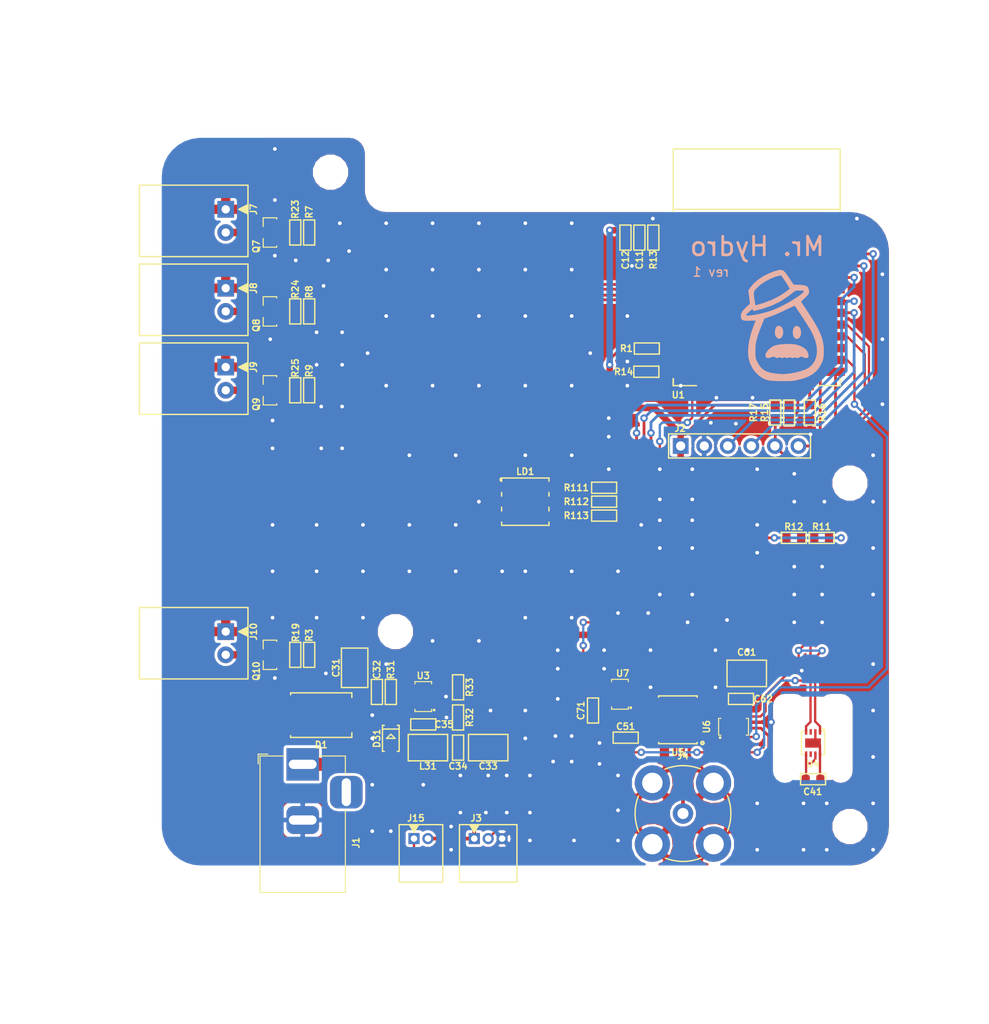
<source format=kicad_pcb>
(kicad_pcb (version 20171130) (host pcbnew 5.0.2-bee76a0~70~ubuntu18.04.1)
  (title_block (date 2019-04-06))
  (layers (0 F.Cu signal) (31 B.Cu signal) (34 B.Paste user) (35 F.Paste user) (36 B.SilkS user) (37 F.SilkS user) (38 B.Mask user) (39 F.Mask user) (44 Edge.Cuts user))
  (net 0 "")
  (net 1 GND)
  (net 2 /I2C_SDA)
  (net 3 "Net-(U4-Pad3)")
  (net 4 /I2C_SCL)
  (net 5 "Net-(U4-Pad6)")
  (net 6 +12V)
  (net 7 "Net-(J7-Pad2)")
  (net 8 "Net-(J8-Pad2)")
  (net 9 "Net-(J9-Pad2)")
  (net 10 "Net-(J10-Pad2)")
  (net 11 "Net-(J4-Pad2)")
  (net 12 "Net-(U1-Pad4)")
  (net 13 "Net-(U1-Pad5)")
  (net 14 "Net-(U1-Pad16)")
  (net 15 "Net-(U1-Pad17)")
  (net 16 "Net-(U1-Pad18)")
  (net 17 "Net-(U1-Pad19)")
  (net 18 "Net-(U1-Pad20)")
  (net 19 "Net-(U1-Pad21)")
  (net 20 "Net-(U1-Pad22)")
  (net 21 "Net-(U1-Pad27)")
  (net 22 "Net-(U1-Pad32)")
  (net 23 "Net-(U1-Pad36)")
  (net 24 "Net-(U1-Pad37)")
  (net 25 +3V3)
  (net 26 /IO0)
  (net 27 /EN)
  (net 28 "Net-(C35-Pad1)")
  (net 29 "Net-(R32-Pad2)")
  (net 30 "Net-(R31-Pad2)")
  (net 31 "Net-(C35-Pad2)")
  (net 32 "Net-(D1-Pad2)")
  (net 33 /UART_RX)
  (net 34 /UART_TX)
  (net 35 "Net-(R16-Pad1)")
  (net 36 "Net-(R14-Pad1)")
  (net 37 "Net-(R15-Pad1)")
  (net 38 /PWM_LED_B)
  (net 39 /PWM_LED_G)
  (net 40 /PWM_LED_R)
  (net 41 /WATER_LVL_SW)
  (net 42 "Net-(Q8-Pad1)")
  (net 43 "Net-(Q9-Pad1)")
  (net 44 "Net-(Q10-Pad1)")
  (net 45 "Net-(Q7-Pad1)")
  (net 46 "Net-(LD1-Pad2)")
  (net 47 "Net-(LD1-Pad6)")
  (net 48 "Net-(LD1-Pad4)")
  (net 49 /pH_OUT)
  (net 50 /VREF_1024)
  (net 51 "Net-(J4-Pad1)")
  (net 52 /PUMP)
  (net 53 /LED_RED)
  (net 54 /LED_BLUE)
  (net 55 /LED_GROW)
  (net 56 /1WIRE_DAT)
  (net 57 "Net-(U1-Pad13)")
  (net 58 "Net-(U1-Pad6)")
  (net 59 "Net-(U1-Pad7)")
  (module MRS_Communication:ESP32-WROOM (layer F.Cu) (at 244.95 87.75)
    (fp_text reference U1 (at -8.45 10.75) (layer F.SilkS) (effects (font (size 0.7 0.7))))
    (fp_text value ESP32-WROOM hide)
    (pad 39 smd rect (at -1.02 -0.77) (size 5 5) (layers F.Cu F.Paste F.Mask) (net 1 GND))
    (pad 38 smd rect (at 8.495 -8.255) (size 2 0.9) (layers F.Cu F.Paste F.Mask) (net 1 GND))
    (pad 37 smd rect (at 8.495 -6.985) (size 2 0.9) (layers F.Cu F.Paste F.Mask) (net 24 "Net-(U1-Pad37)"))
    (pad 36 smd rect (at 8.495 -5.715) (size 2 0.9) (layers F.Cu F.Paste F.Mask) (net 23 "Net-(U1-Pad36)"))
    (pad 35 smd rect (at 8.495 -4.445) (size 2 0.9) (layers F.Cu F.Paste F.Mask) (net 34 /UART_TX))
    (pad 34 smd rect (at 8.495 -3.175) (size 2 0.9) (layers F.Cu F.Paste F.Mask) (net 33 /UART_RX))
    (pad 33 smd rect (at 8.495 -1.905) (size 2 0.9) (layers F.Cu F.Paste F.Mask) (net 39 /PWM_LED_G))
    (pad 32 smd rect (at 8.495 -0.635) (size 2 0.9) (layers F.Cu F.Paste F.Mask) (net 22 "Net-(U1-Pad32)"))
    (pad 31 smd rect (at 8.495 0.635) (size 2 0.9) (layers F.Cu F.Paste F.Mask) (net 40 /PWM_LED_R))
    (pad 30 smd rect (at 8.495 1.905) (size 2 0.9) (layers F.Cu F.Paste F.Mask) (net 38 /PWM_LED_B))
    (pad 29 smd rect (at 8.495 3.175) (size 2 0.9) (layers F.Cu F.Paste F.Mask) (net 4 /I2C_SCL))
    (pad 28 smd rect (at 8.495 4.445) (size 2 0.9) (layers F.Cu F.Paste F.Mask) (net 2 /I2C_SDA))
    (pad 27 smd rect (at 8.495 5.715) (size 2 0.9) (layers F.Cu F.Paste F.Mask) (net 21 "Net-(U1-Pad27)"))
    (pad 26 smd rect (at 8.495 6.985) (size 2 0.9) (layers F.Cu F.Paste F.Mask) (net 41 /WATER_LVL_SW))
    (pad 25 smd rect (at 8.495 8.255) (size 2 0.9) (layers F.Cu F.Paste F.Mask) (net 26 /IO0))
    (pad 24 smd rect (at 5.71 9.255 90) (size 2 0.9) (layers F.Cu F.Paste F.Mask) (net 35 "Net-(R16-Pad1)"))
    (pad 23 smd rect (at 4.44 9.255 90) (size 2 0.9) (layers F.Cu F.Paste F.Mask) (net 37 "Net-(R15-Pad1)"))
    (pad 22 smd rect (at 3.17 9.255 90) (size 2 0.9) (layers F.Cu F.Paste F.Mask) (net 20 "Net-(U1-Pad22)"))
    (pad 21 smd rect (at 1.9 9.255 90) (size 2 0.9) (layers F.Cu F.Paste F.Mask) (net 19 "Net-(U1-Pad21)"))
    (pad 20 smd rect (at 0.63 9.255 90) (size 2 0.9) (layers F.Cu F.Paste F.Mask) (net 18 "Net-(U1-Pad20)"))
    (pad 19 smd rect (at -0.64 9.255 90) (size 2 0.9) (layers F.Cu F.Paste F.Mask) (net 17 "Net-(U1-Pad19)"))
    (pad 18 smd rect (at -1.91 9.255 90) (size 2 0.9) (layers F.Cu F.Paste F.Mask) (net 16 "Net-(U1-Pad18)"))
    (pad 17 smd rect (at -3.18 9.255 270) (size 2 0.9) (layers F.Cu F.Paste F.Mask) (net 15 "Net-(U1-Pad17)"))
    (pad 16 smd rect (at -4.45 9.255 90) (size 2 0.9) (layers F.Cu F.Paste F.Mask) (net 14 "Net-(U1-Pad16)"))
    (pad 15 smd rect (at -5.72 9.255 90) (size 2 0.9) (layers F.Cu F.Paste F.Mask) (net 1 GND))
    (pad 14 smd rect (at -8.505 8.255) (size 2 0.9) (layers F.Cu F.Paste F.Mask) (net 36 "Net-(R14-Pad1)"))
    (pad 13 smd rect (at -8.505 6.985) (size 2 0.9) (layers F.Cu F.Paste F.Mask) (net 57 "Net-(U1-Pad13)"))
    (pad 12 smd rect (at -8.505 5.715) (size 2 0.9) (layers F.Cu F.Paste F.Mask) (net 56 /1WIRE_DAT))
    (pad 11 smd rect (at -8.505 4.445) (size 2 0.9) (layers F.Cu F.Paste F.Mask) (net 52 /PUMP))
    (pad 10 smd rect (at -8.505 3.175) (size 2 0.9) (layers F.Cu F.Paste F.Mask) (net 54 /LED_BLUE))
    (pad 9 smd rect (at -8.505 1.905) (size 2 0.9) (layers F.Cu F.Paste F.Mask) (net 53 /LED_RED))
    (pad 8 smd rect (at -8.505 0.635) (size 2 0.9) (layers F.Cu F.Paste F.Mask) (net 55 /LED_GROW))
    (pad 7 smd rect (at -8.505 -0.635) (size 2 0.9) (layers F.Cu F.Paste F.Mask) (net 59 "Net-(U1-Pad7)"))
    (pad 6 smd rect (at -8.505 -1.905) (size 2 0.9) (layers F.Cu F.Paste F.Mask) (net 58 "Net-(U1-Pad6)"))
    (pad 5 smd rect (at -8.505 -3.175) (size 2 0.9) (layers F.Cu F.Paste F.Mask) (net 13 "Net-(U1-Pad5)"))
    (pad 4 smd rect (at -8.505 -4.445) (size 2 0.9) (layers F.Cu F.Paste F.Mask) (net 12 "Net-(U1-Pad4)"))
    (pad 3 smd rect (at -8.505 -5.715) (size 2 0.9) (layers F.Cu F.Paste F.Mask) (net 27 /EN))
    (pad 2 smd rect (at -8.505 -6.985) (size 2 0.9) (layers F.Cu F.Paste F.Mask) (net 25 +3V3))
    (pad 1 smd rect (at -8.505 -8.255) (size 2 0.9) (layers F.Cu F.Paste F.Mask) (net 1 GND))
  )
  (module MR_Hydrogardener_Logos:mr_hydrogardener_logo_12mm (layer B.Cu) (at 247.75 91 180)
    (fp_text reference H111 hide)
    (fp_text value Mr_Gardener_Logo_Small hide)
  )
  (module MRS_Passives:R0603 (layer F.Cu) (at 233.1 93.5)
    (fp_text reference R1 (at -2.2 0) (layer F.SilkS) (effects (font (size 0.7 0.7))))
    (fp_text value 10k hide)
    (pad 2 smd rect (at 0.7875 0) (size 0.875 0.95) (layers F.Cu F.Paste F.Mask) (net 56 /1WIRE_DAT))
    (pad 1 smd rect (at -0.7875 0) (size 0.875 0.95) (layers F.Cu F.Paste F.Mask) (net 25 +3V3))
  )
  (module MRS_Connectors:TE_BNC (layer F.Cu) (at 237 143.6)
    (fp_text reference J4 (at 0 -6.2) (layer F.SilkS) (effects (font (size 0.7 0.7))))
    (fp_text value BNC hide)
    (pad 2 thru_hole circle (at -3.3 3.3 270) (size 3.8 3.8) (drill 2.2) (layers *.Cu *.Mask) (net 11 "Net-(J4-Pad2)"))
    (pad 2 thru_hole circle (at -3.3 -3.3 180) (size 3.8 3.8) (drill 2.2) (layers *.Cu *.Mask) (net 11 "Net-(J4-Pad2)"))
    (pad 2 thru_hole circle (at 3.3 -3.3 90) (size 3.8 3.8) (drill 2.2) (layers *.Cu *.Mask) (net 11 "Net-(J4-Pad2)"))
    (pad 2 thru_hole circle (at 3.3 3.3) (size 3.8 3.8) (drill 2.2) (layers *.Cu *.Mask) (net 11 "Net-(J4-Pad2)"))
    (pad 1 thru_hole circle (at 0 0) (size 2.2 2.2) (drill 1.2) (layers *.Cu *.Mask) (net 51 "Net-(J4-Pad1)"))
  )
  (module MRS_Connectors:S3B-ZR (layer F.Cu) (at 214.5 146.3)
    (fp_text reference J3 (at 0.2 -2.2) (layer F.SilkS) (effects (font (size 0.7 0.7))))
    (fp_text value S3B-ZR hide)
    (pad 3 thru_hole circle (at 3 0) (size 1.2 1.2) (drill 0.7) (layers *.Cu *.Mask) (net 1 GND))
    (pad 2 thru_hole circle (at 1.5 0) (size 1.2 1.2) (drill 0.7) (layers *.Cu *.Mask) (net 56 /1WIRE_DAT))
    (pad 1 thru_hole rect (at 0 0) (size 1.2 1.2) (drill 0.7) (layers *.Cu *.Mask) (net 25 +3V3))
  )
  (module MRS_Passives:C0603 (layer F.Cu) (at 227.3 132.5 270)
    (fp_text reference C71 (at 0 1.3 270) (layer F.SilkS) (effects (font (size 0.7 0.7))))
    (fp_text value 1uF hide)
    (pad 2 smd roundrect (at 0.7875 0 270) (size 0.875 0.95) (layers F.Cu F.Paste F.Mask) (net 1 GND))
    (pad 1 smd roundrect (at -0.7875 0 270) (size 0.875 0.95) (layers F.Cu F.Paste F.Mask) (net 25 +3V3))
  )
  (module MRS_Passives:C0603 (layer F.Cu) (at 243.25 131.25)
    (fp_text reference C62 (at 2.4 0) (layer F.SilkS) (effects (font (size 0.7 0.7))))
    (fp_text value 1uF hide)
    (pad 1 smd roundrect (at -0.7875 0) (size 0.875 0.95) (layers F.Cu F.Paste F.Mask) (net 25 +3V3))
    (pad 2 smd roundrect (at 0.7875 0) (size 0.875 0.95) (layers F.Cu F.Paste F.Mask) (net 1 GND))
  )
  (module MRS_Passives:C0603 (layer F.Cu) (at 230.825 135.425 180)
    (fp_text reference C51 (at 0 1.2 180) (layer F.SilkS) (effects (font (size 0.7 0.7))))
    (fp_text value 0.1uF hide)
    (pad 2 smd roundrect (at 0.7875 0 180) (size 0.875 0.95) (layers F.Cu F.Paste F.Mask) (net 1 GND))
    (pad 1 smd roundrect (at -0.7875 0 180) (size 0.875 0.95) (layers F.Cu F.Paste F.Mask) (net 25 +3V3))
  )
  (module MRS_Passives:C1210 (layer F.Cu) (at 243.875 128.5)
    (fp_text reference C61 (at 0 -2.28) (layer F.SilkS) (effects (font (size 0.7 0.7))))
    (fp_text value 10uF hide)
    (pad 1 smd roundrect (at -1.4 0) (size 1.25 2.65) (layers F.Cu F.Paste F.Mask) (roundrect_rratio 0.2) (net 25 +3V3))
    (pad 2 smd roundrect (at 1.4 0) (size 1.25 2.65) (layers F.Cu F.Paste F.Mask) (roundrect_rratio 0.2) (net 1 GND))
  )
  (module MRS_SO:SOIC-8 (layer F.Cu) (at 236.45 133.5 180)
    (fp_text reference U5 (at 0 -3.5 180) (layer F.SilkS) (effects (font (size 0.7 0.7))))
    (fp_text value MC33078 hide)
    (pad 1 smd rect (at -2.7 -1.905 180) (size 1.55 0.6) (layers F.Cu F.Paste F.Mask) (net 49 /pH_OUT))
    (pad 2 smd rect (at -2.7 -0.635 180) (size 1.55 0.6) (layers F.Cu F.Paste F.Mask) (net 49 /pH_OUT))
    (pad 3 smd rect (at -2.7 0.635 180) (size 1.55 0.6) (layers F.Cu F.Paste F.Mask) (net 51 "Net-(J4-Pad1)"))
    (pad 4 smd rect (at -2.7 1.905 180) (size 1.55 0.6) (layers F.Cu F.Paste F.Mask) (net 1 GND))
    (pad 5 smd rect (at 2.7 1.905 180) (size 1.55 0.6) (layers F.Cu F.Paste F.Mask) (net 50 /VREF_1024))
    (pad 6 smd rect (at 2.7 0.635 180) (size 1.55 0.6) (layers F.Cu F.Paste F.Mask) (net 11 "Net-(J4-Pad2)"))
    (pad 7 smd rect (at 2.7 -0.635 180) (size 1.55 0.6) (layers F.Cu F.Paste F.Mask) (net 11 "Net-(J4-Pad2)"))
    (pad 8 smd rect (at 2.7 -1.905 180) (size 1.55 0.6) (layers F.Cu F.Paste F.Mask) (net 25 +3V3))
  )
  (module MRS_SOT:SOT-23-6 (layer F.Cu) (at 230.2 130.75 180)
    (fp_text reference U7 (at -0.3 2.25 180) (layer F.SilkS) (effects (font (size 0.7 0.7))))
    (fp_text value MCP1501 hide)
    (pad 5 smd rect (at 1.1 0 180) (size 1.06 0.65) (layers F.Cu F.Paste F.Mask) (net 1 GND))
    (pad 6 smd rect (at 1.1 -0.95 180) (size 1.06 0.65) (layers F.Cu F.Paste F.Mask) (net 25 +3V3))
    (pad 4 smd rect (at 1.1 0.95 180) (size 1.06 0.65) (layers F.Cu F.Paste F.Mask) (net 25 +3V3))
    (pad 3 smd rect (at -1.1 0.95 180) (size 1.06 0.65) (layers F.Cu F.Paste F.Mask) (net 1 GND))
    (pad 2 smd rect (at -1.1 0 180) (size 1.06 0.65) (layers F.Cu F.Paste F.Mask) (net 1 GND))
    (pad 1 smd rect (at -1.1 -0.95 180) (size 1.06 0.65) (layers F.Cu F.Paste F.Mask) (net 50 /VREF_1024))
  )
  (module MRS_SOT:SOT-23-6 (layer F.Cu) (at 242.45 134.25 90)
    (fp_text reference U6 (at 0 -2.9 90) (layer F.SilkS) (effects (font (size 0.7 0.7))))
    (fp_text value MCP3421 hide)
    (pad 1 smd rect (at -1.1 -0.95 90) (size 1.06 0.65) (layers F.Cu F.Paste F.Mask) (net 49 /pH_OUT))
    (pad 2 smd rect (at -1.1 0 90) (size 1.06 0.65) (layers F.Cu F.Paste F.Mask) (net 1 GND))
    (pad 3 smd rect (at -1.1 0.95 90) (size 1.06 0.65) (layers F.Cu F.Paste F.Mask) (net 4 /I2C_SCL))
    (pad 4 smd rect (at 1.1 0.95 90) (size 1.06 0.65) (layers F.Cu F.Paste F.Mask) (net 2 /I2C_SDA))
    (pad 6 smd rect (at 1.1 -0.95 90) (size 1.06 0.65) (layers F.Cu F.Paste F.Mask) (net 1 GND))
    (pad 5 smd rect (at 1.1 0 90) (size 1.06 0.65) (layers F.Cu F.Paste F.Mask) (net 25 +3V3))
  )
  (module MRS_Connectors:S2B-ZR (layer F.Cu) (at 208 146.3)
    (fp_text reference J15 (at 0.2 -2.2) (layer F.SilkS) (effects (font (size 0.7 0.7))))
    (fp_text value S2B-ZR hide)
    (pad 1 thru_hole rect (at 0 0) (size 1.2 1.2) (drill 0.7) (layers *.Cu *.Mask) (net 41 /WATER_LVL_SW))
    (pad 2 thru_hole circle (at 1.5 0) (size 1.2 1.2) (drill 0.7) (layers *.Cu *.Mask) (net 25 +3V3))
  )
  (module MRS_Mechanical:Mounting_hole_unplated_3,2mm (layer F.Cu) (at 255 108)
    (fp_text reference H4 hide)
    (fp_text value Mounting_hole_unplated_3,2mm hide)
    (pad "" np_thru_hole circle (at 0 0) (size 3.2 3.2) (drill 3.2) (layers *.Cu *.Mask))
  )
  (module MRS_Mechanical:Mounting_hole_unplated_3,2mm (layer F.Cu) (at 199 74.5)
    (fp_text reference H3 hide)
    (fp_text value Mounting_hole_unplated_3,2mm hide)
    (pad "" np_thru_hole circle (at 0 0) (size 3.2 3.2) (drill 3.2) (layers *.Cu *.Mask))
  )
  (module MRS_Mechanical:Mounting_hole_unplated_3,2mm (layer F.Cu) (at 206 124)
    (fp_text reference H2 hide)
    (fp_text value Mounting_hole_unplated_3,2mm hide)
    (pad "" np_thru_hole circle (at 0 0) (size 3.2 3.2) (drill 3.2) (layers *.Cu *.Mask))
  )
  (module MRS_Mechanical:Mounting_hole_unplated_3,2mm (layer F.Cu) (at 255 145)
    (fp_text reference H1 hide)
    (fp_text value Mounting_hole_unplated_3,2mm hide)
    (pad "" np_thru_hole circle (at 0 0) (size 3.2 3.2) (drill 3.2) (layers *.Cu *.Mask))
  )
  (module MRS_Passives:C1210 (layer F.Cu) (at 201.6 127.9 90)
    (fp_text reference C31 (at 0 -2 90) (layer F.SilkS) (effects (font (size 0.7 0.7))))
    (fp_text value 10uF hide)
    (pad 2 smd roundrect (at 1.4 0 90) (size 1.25 2.65) (layers F.Cu F.Paste F.Mask) (roundrect_rratio 0.2) (net 1 GND))
    (pad 1 smd roundrect (at -1.4 0 90) (size 1.25 2.65) (layers F.Cu F.Paste F.Mask) (roundrect_rratio 0.2) (net 6 +12V))
  )
  (module MRS_TO:TO-277-3 (layer F.Cu) (at 198 133 180)
    (fp_text reference D1 (at 0 -3.2 180) (layer F.SilkS) (effects (font (size 0.7 0.7))))
    (fp_text value PPS1045-3G hide)
    (pad 2 smd rect (at -2.9 -1) (size 1.45 1.45) (layers F.Cu F.Paste F.Mask) (net 32 "Net-(D1-Pad2)"))
    (pad 2 smd rect (at -2.9 1) (size 1.45 1.45) (layers F.Cu F.Paste F.Mask) (net 32 "Net-(D1-Pad2)"))
    (pad 1 smd rect (at 1.2 0) (size 5 4.2) (layers F.Cu F.Mask) (net 6 +12V))
  )
  (module MRS_Passives:R0603 (layer F.Cu) (at 196.7 81 90)
    (fp_text reference R7 (at 2.2 0 90) (layer F.SilkS) (effects (font (size 0.7 0.7))))
    (fp_text value 10k hide)
    (pad 1 smd rect (at -0.7875 0 90) (size 0.875 0.95) (layers F.Cu F.Paste F.Mask) (net 55 /LED_GROW))
    (pad 2 smd rect (at 0.7875 0 90) (size 0.875 0.95) (layers F.Cu F.Paste F.Mask) (net 1 GND))
  )
  (module MRS_Passives:R0603 (layer F.Cu) (at 195.2 98 90)
    (fp_text reference R25 (at 2.4 0 90) (layer F.SilkS) (effects (font (size 0.7 0.7))))
    (fp_text value 1k hide)
    (pad 2 smd rect (at 0.7875 0 90) (size 0.875 0.95) (layers F.Cu F.Paste F.Mask) (net 54 /LED_BLUE))
    (pad 1 smd rect (at -0.7875 0 90) (size 0.875 0.95) (layers F.Cu F.Paste F.Mask) (net 43 "Net-(Q9-Pad1)"))
  )
  (module MRS_Passives:R0603 (layer F.Cu) (at 195.2 89.5 90)
    (fp_text reference R24 (at 2.4 0 90) (layer F.SilkS) (effects (font (size 0.7 0.7))))
    (fp_text value 1k hide)
    (pad 1 smd rect (at -0.7875 0 90) (size 0.875 0.95) (layers F.Cu F.Paste F.Mask) (net 42 "Net-(Q8-Pad1)"))
    (pad 2 smd rect (at 0.7875 0 90) (size 0.875 0.95) (layers F.Cu F.Paste F.Mask) (net 53 /LED_RED))
  )
  (module MRS_Passives:R0603 (layer F.Cu) (at 195.2 81 90)
    (fp_text reference R23 (at 2.5 0 90) (layer F.SilkS) (effects (font (size 0.7 0.7))))
    (fp_text value 1k hide)
    (pad 2 smd rect (at 0.7875 0 90) (size 0.875 0.95) (layers F.Cu F.Paste F.Mask) (net 55 /LED_GROW))
    (pad 1 smd rect (at -0.7875 0 90) (size 0.875 0.95) (layers F.Cu F.Paste F.Mask) (net 45 "Net-(Q7-Pad1)"))
  )
  (module MRS_Passives:R0603 (layer F.Cu) (at 195.2 126.5 90)
    (fp_text reference R19 (at 2.4 0.05 90) (layer F.SilkS) (effects (font (size 0.7 0.7))))
    (fp_text value 1k hide)
    (pad 2 smd rect (at 0.7875 0 90) (size 0.875 0.95) (layers F.Cu F.Paste F.Mask) (net 52 /PUMP))
    (pad 1 smd rect (at -0.7875 0 90) (size 0.875 0.95) (layers F.Cu F.Paste F.Mask) (net 44 "Net-(Q10-Pad1)"))
  )
  (module MRS_Diodes:RF-W2SA50TS-A39R (layer F.Cu) (at 220 110)
    (fp_text reference LD1 (at 0 -3.25) (layer F.SilkS) (effects (font (size 0.7 0.7))))
    (fp_text value RF-W2SA50TS-A39R hide)
    (pad 1 smd rect (at -2.25 -1.6) (size 1.2 1) (layers F.Cu F.Paste F.Mask) (net 1 GND))
    (pad 2 smd rect (at 2.25 -1.6) (size 1.2 1) (layers F.Cu F.Paste F.Mask) (net 46 "Net-(LD1-Pad2)"))
    (pad 3 smd rect (at -2.25 0) (size 1.2 1) (layers F.Cu F.Paste F.Mask) (net 1 GND))
    (pad 4 smd rect (at 2.25 0) (size 1.2 1) (layers F.Cu F.Paste F.Mask) (net 48 "Net-(LD1-Pad4)"))
    (pad 5 smd rect (at -2.25 1.6) (size 1.2 1) (layers F.Cu F.Paste F.Mask) (net 1 GND))
    (pad 6 smd rect (at 2.25 1.6) (size 1.2 1) (layers F.Cu F.Paste F.Mask) (net 47 "Net-(LD1-Pad6)"))
  )
  (module MRS_Passives:R0603 (layer F.Cu) (at 228.5 111.5 180)
    (fp_text reference R113 (at 3 0 180) (layer F.SilkS) (effects (font (size 0.7 0.7))))
    (fp_text value 150R hide)
    (pad 2 smd rect (at 0.7875 0 180) (size 0.875 0.95) (layers F.Cu F.Paste F.Mask) (net 47 "Net-(LD1-Pad6)"))
    (pad 1 smd rect (at -0.7875 0 180) (size 0.875 0.95) (layers F.Cu F.Paste F.Mask) (net 38 /PWM_LED_B))
  )
  (module MRS_Passives:R0603 (layer F.Cu) (at 228.5 108.5 180)
    (fp_text reference R111 (at 3 0 180) (layer F.SilkS) (effects (font (size 0.7 0.7))))
    (fp_text value 150R hide)
    (pad 1 smd rect (at -0.7875 0 180) (size 0.875 0.95) (layers F.Cu F.Paste F.Mask) (net 39 /PWM_LED_G))
    (pad 2 smd rect (at 0.7875 0 180) (size 0.875 0.95) (layers F.Cu F.Paste F.Mask) (net 46 "Net-(LD1-Pad2)"))
  )
  (module MRS_Passives:R0603 (layer F.Cu) (at 228.5 110 180)
    (fp_text reference R112 (at 3 0 180) (layer F.SilkS) (effects (font (size 0.7 0.7))))
    (fp_text value 150R hide)
    (pad 2 smd rect (at 0.7875 0 180) (size 0.875 0.95) (layers F.Cu F.Paste F.Mask) (net 48 "Net-(LD1-Pad4)"))
    (pad 1 smd rect (at -0.7875 0 180) (size 0.875 0.95) (layers F.Cu F.Paste F.Mask) (net 40 /PWM_LED_R))
  )
  (module MRS_Passives:R0603 (layer F.Cu) (at 233.8 81.55 270)
    (fp_text reference R13 (at 2.4 0 270) (layer F.SilkS) (effects (font (size 0.7 0.7))))
    (fp_text value 10k hide)
    (pad 2 smd rect (at 0.7875 0 270) (size 0.875 0.95) (layers F.Cu F.Paste F.Mask) (net 27 /EN))
    (pad 1 smd rect (at -0.7875 0 270) (size 0.875 0.95) (layers F.Cu F.Paste F.Mask) (net 25 +3V3))
  )
  (module MRS_Passives:R0603 (layer F.Cu) (at 246.95 100.4 270)
    (fp_text reference R17 (at 0 2.35 270) (layer F.SilkS) (effects (font (size 0.7 0.7))))
    (fp_text value 10k hide)
    (pad 1 smd rect (at -0.7875 0 270) (size 0.875 0.95) (layers F.Cu F.Paste F.Mask) (net 25 +3V3))
    (pad 2 smd rect (at 0.7875 0 270) (size 0.875 0.95) (layers F.Cu F.Paste F.Mask) (net 26 /IO0))
  )
  (module MRS_Passives:R0603 (layer F.Cu) (at 248.45 100.4 90)
    (fp_text reference R15 (at 0 -2.65 90) (layer F.SilkS) (effects (font (size 0.7 0.7))))
    (fp_text value 10k hide)
    (pad 2 smd rect (at 0.7875 0 90) (size 0.875 0.95) (layers F.Cu F.Paste F.Mask) (net 25 +3V3))
    (pad 1 smd rect (at -0.7875 0 90) (size 0.875 0.95) (layers F.Cu F.Paste F.Mask) (net 37 "Net-(R15-Pad1)"))
  )
  (module MRS_Passives:R0603 (layer F.Cu) (at 233.05 96 180)
    (fp_text reference R14 (at 2.45 0 180) (layer F.SilkS) (effects (font (size 0.7 0.7))))
    (fp_text value 10k hide)
    (pad 1 smd rect (at -0.7875 0 180) (size 0.875 0.95) (layers F.Cu F.Paste F.Mask) (net 36 "Net-(R14-Pad1)"))
    (pad 2 smd rect (at 0.7875 0 180) (size 0.875 0.95) (layers F.Cu F.Paste F.Mask) (net 1 GND))
  )
  (module MRS_Passives:R0603 (layer F.Cu) (at 250.675 100.4 270)
    (fp_text reference R16 (at 0 -1.325 270) (layer F.SilkS) (effects (font (size 0.7 0.7))))
    (fp_text value 10k hide)
    (pad 2 smd rect (at 0.7875 0 270) (size 0.875 0.95) (layers F.Cu F.Paste F.Mask) (net 1 GND))
    (pad 1 smd rect (at -0.7875 0 270) (size 0.875 0.95) (layers F.Cu F.Paste F.Mask) (net 35 "Net-(R16-Pad1)"))
  )
  (module MRS_Passives:R0603 (layer F.Cu) (at 251.95 113.9 180)
    (fp_text reference R11 (at 0 1.2 180) (layer F.SilkS) (effects (font (size 0.7 0.7))))
    (fp_text value 10k hide)
    (pad 1 smd rect (at -0.7875 0 180) (size 0.875 0.95) (layers F.Cu F.Paste F.Mask) (net 25 +3V3))
    (pad 2 smd rect (at 0.7875 0 180) (size 0.875 0.95) (layers F.Cu F.Paste F.Mask) (net 4 /I2C_SCL))
  )
  (module MRS_Passives:R0603 (layer F.Cu) (at 248.95 113.9)
    (fp_text reference R12 (at 0 -1.2) (layer F.SilkS) (effects (font (size 0.7 0.7))))
    (fp_text value 10k hide)
    (pad 2 smd rect (at 0.7875 0) (size 0.875 0.95) (layers F.Cu F.Paste F.Mask) (net 2 /I2C_SDA))
    (pad 1 smd rect (at -0.7875 0) (size 0.875 0.95) (layers F.Cu F.Paste F.Mask) (net 25 +3V3))
  )
  (module MRS_Passives:C1210 (layer F.Cu) (at 216 136.5)
    (fp_text reference C33 (at 0 2) (layer F.SilkS) (effects (font (size 0.7 0.7))))
    (fp_text value 10uF hide)
    (pad 1 smd roundrect (at -1.4 0) (size 1.25 2.65) (layers F.Cu F.Paste F.Mask) (roundrect_rratio 0.2) (net 25 +3V3))
    (pad 2 smd roundrect (at 1.4 0) (size 1.25 2.65) (layers F.Cu F.Paste F.Mask) (roundrect_rratio 0.2) (net 1 GND))
  )
  (module MRS_Diodes:SOD-123 (layer F.Cu) (at 205.5 135.5 270)
    (fp_text reference D31 (at 0 1.5 270) (layer F.SilkS) (effects (font (size 0.7 0.7))))
    (fp_text value MBR230LSFT1G hide)
    (pad 2 smd rect (at 1.7 0 270) (size 0.9 1.2) (layers F.Cu F.Mask) (net 1 GND))
    (pad 1 smd rect (at -1.7 0 270) (size 0.9 1.2) (layers F.Cu F.Mask) (net 31 "Net-(C35-Pad2)"))
  )
  (module MRS_Passives:C0603 (layer F.Cu) (at 209 134 180)
    (fp_text reference C35 (at -2.25 0 180) (layer F.SilkS) (effects (font (size 0.7 0.7))))
    (fp_text value 10nF hide)
    (pad 2 smd roundrect (at 0.7875 0 180) (size 0.875 0.95) (layers F.Cu F.Paste F.Mask) (net 31 "Net-(C35-Pad2)"))
    (pad 1 smd roundrect (at -0.7875 0 180) (size 0.875 0.95) (layers F.Cu F.Paste F.Mask) (net 28 "Net-(C35-Pad1)"))
  )
  (module MRS_Passives:L1210 (layer F.Cu) (at 209.5 136.5)
    (fp_text reference L31 (at 0 2) (layer F.SilkS) (effects (font (size 0.7 0.7))))
    (fp_text value 2.2uH hide)
    (pad 1 smd roundrect (at -1.4 0) (size 1.25 2.65) (layers F.Cu F.Paste F.Mask) (roundrect_rratio 0.2) (net 31 "Net-(C35-Pad2)"))
    (pad 2 smd roundrect (at 1.4 0) (size 1.25 2.65) (layers F.Cu F.Paste F.Mask) (roundrect_rratio 0.2) (net 25 +3V3))
  )
  (module MRS_Passives:R0603 (layer F.Cu) (at 205.5 130.5 90)
    (fp_text reference R31 (at 2.4 0 90) (layer F.SilkS) (effects (font (size 0.7 0.7))))
    (fp_text value 10k hide)
    (pad 2 smd rect (at 0.7875 0 90) (size 0.875 0.95) (layers F.Cu F.Paste F.Mask) (net 30 "Net-(R31-Pad2)"))
    (pad 1 smd rect (at -0.7875 0 90) (size 0.875 0.95) (layers F.Cu F.Paste F.Mask) (net 6 +12V))
  )
  (module MRS_Passives:R0603 (layer F.Cu) (at 212.75 133.25 90)
    (fp_text reference R32 (at 0 1.25 90) (layer F.SilkS) (effects (font (size 0.7 0.7))))
    (fp_text value 49k9 hide)
    (pad 1 smd rect (at -0.7875 0 90) (size 0.875 0.95) (layers F.Cu F.Paste F.Mask) (net 25 +3V3))
    (pad 2 smd rect (at 0.7875 0 90) (size 0.875 0.95) (layers F.Cu F.Paste F.Mask) (net 29 "Net-(R32-Pad2)"))
  )
  (module MRS_Passives:R0603 (layer F.Cu) (at 212.75 130 90)
    (fp_text reference R33 (at 0 1.25 90) (layer F.SilkS) (effects (font (size 0.7 0.7))))
    (fp_text value 15k8 hide)
    (pad 2 smd rect (at 0.7875 0 90) (size 0.875 0.95) (layers F.Cu F.Paste F.Mask) (net 1 GND))
    (pad 1 smd rect (at -0.7875 0 90) (size 0.875 0.95) (layers F.Cu F.Paste F.Mask) (net 29 "Net-(R32-Pad2)"))
  )
  (module MRS_SOT:SOT-23-6 (layer F.Cu) (at 209 131 180)
    (fp_text reference U3 (at 0 2.25 180) (layer F.SilkS) (effects (font (size 0.7 0.7))))
    (fp_text value AOZ1280 hide)
    (pad 1 smd rect (at -1.1 -0.95 180) (size 1.06 0.65) (layers F.Cu F.Paste F.Mask) (net 28 "Net-(C35-Pad1)"))
    (pad 2 smd rect (at -1.1 0 180) (size 1.06 0.65) (layers F.Cu F.Paste F.Mask) (net 1 GND))
    (pad 3 smd rect (at -1.1 0.95 180) (size 1.06 0.65) (layers F.Cu F.Paste F.Mask) (net 29 "Net-(R32-Pad2)"))
    (pad 4 smd rect (at 1.1 0.95 180) (size 1.06 0.65) (layers F.Cu F.Paste F.Mask) (net 30 "Net-(R31-Pad2)"))
    (pad 6 smd rect (at 1.1 -0.95 180) (size 1.06 0.65) (layers F.Cu F.Paste F.Mask) (net 31 "Net-(C35-Pad2)"))
    (pad 5 smd rect (at 1.1 0 180) (size 1.06 0.65) (layers F.Cu F.Paste F.Mask) (net 6 +12V))
  )
  (module MRS_Connectors:A2501WR-2P1 (layer F.Cu) (at 187.7 124 270)
    (fp_text reference J10 (at 0 -3 270) (layer F.SilkS) (effects (font (size 0.7 0.7))))
    (fp_text value A2501WR-2P1 hide)
    (pad 2 thru_hole circle (at 2.5 0 270) (size 1.8 1.8) (drill 0.9) (layers *.Cu *.Mask) (net 10 "Net-(J10-Pad2)"))
    (pad 1 thru_hole rect (at 0 0 270) (size 1.8 1.8) (drill 0.9) (layers *.Cu *.Mask) (net 6 +12V))
  )
  (module MRS_Connectors:A2501WR-2P1 (layer F.Cu) (at 187.7 95.5 270)
    (fp_text reference J9 (at 0 -3 270) (layer F.SilkS) (effects (font (size 0.7 0.7))))
    (fp_text value A2501WR-2P1 hide)
    (pad 1 thru_hole rect (at 0 0 270) (size 1.8 1.8) (drill 0.9) (layers *.Cu *.Mask) (net 6 +12V))
    (pad 2 thru_hole circle (at 2.5 0 270) (size 1.8 1.8) (drill 0.9) (layers *.Cu *.Mask) (net 9 "Net-(J9-Pad2)"))
  )
  (module MRS_Connectors:A2501WR-2P1 (layer F.Cu) (at 187.7 87 270)
    (fp_text reference J8 (at 0 -3 270) (layer F.SilkS) (effects (font (size 0.7 0.7))))
    (fp_text value A2501WR-2P1 hide)
    (pad 2 thru_hole circle (at 2.5 0 270) (size 1.8 1.8) (drill 0.9) (layers *.Cu *.Mask) (net 8 "Net-(J8-Pad2)"))
    (pad 1 thru_hole rect (at 0 0 270) (size 1.8 1.8) (drill 0.9) (layers *.Cu *.Mask) (net 6 +12V))
  )
  (module MRS_Connectors:A2501WR-2P1 (layer F.Cu) (at 187.7 78.5 270)
    (fp_text reference J7 (at 0 -3 270) (layer F.SilkS) (effects (font (size 0.7 0.7))))
    (fp_text value A2501WR-2P1 hide)
    (pad 1 thru_hole rect (at 0 0 270) (size 1.8 1.8) (drill 0.9) (layers *.Cu *.Mask) (net 6 +12V))
    (pad 2 thru_hole circle (at 2.5 0 270) (size 1.8 1.8) (drill 0.9) (layers *.Cu *.Mask) (net 7 "Net-(J7-Pad2)"))
  )
  (module MRS_Connectors:Header_1x06_P2.54mm (layer F.Cu) (at 236.75 104 90)
    (fp_text reference J2 (at 1.9 -0.05) (layer F.SilkS) (effects (font (size 0.7 0.7))))
    (fp_text value Header_1x6 hide)
    (pad 1 thru_hole rect (at 0 0 90) (size 1.7 1.7) (drill 1) (layers *.Cu *.Mask) (net 25 +3V3))
    (pad 2 thru_hole oval (at 0 2.54 90) (size 1.7 1.7) (drill 1) (layers *.Cu *.Mask) (net 1 GND))
    (pad 3 thru_hole oval (at 0 5.08 90) (size 1.7 1.7) (drill 1) (layers *.Cu *.Mask) (net 33 /UART_RX))
    (pad 4 thru_hole oval (at 0 7.62 90) (size 1.7 1.7) (drill 1) (layers *.Cu *.Mask) (net 34 /UART_TX))
    (pad 5 thru_hole oval (at 0 10.16 90) (size 1.7 1.7) (drill 1) (layers *.Cu *.Mask) (net 26 /IO0))
    (pad 6 thru_hole oval (at 0 12.7 90) (size 1.7 1.7) (drill 1) (layers *.Cu *.Mask) (net 27 /EN))
  )
  (module MRS_Connectors:BarrelJack_Horizontal (layer F.Cu) (at 196 138.3 90)
    (fp_text reference J1 (at -8.45 5.75 90) (layer F.SilkS) (effects (font (size 0.7 0.7))))
    (fp_text value Barrel_Jack hide)
    (pad 3 thru_hole roundrect (at -3 4.7 90) (size 3.5 3.5) (drill oval 3 1) (layers *.Cu *.Mask))
    (pad 2 thru_hole roundrect (at -6 0 90) (size 3 3.5) (drill oval 1 3) (layers *.Cu *.Mask) (net 1 GND))
    (pad 1 thru_hole rect (at 0 0 90) (size 3.5 3.5) (drill oval 1 3) (layers *.Cu *.Mask) (net 32 "Net-(D1-Pad2)"))
  )
  (module MRS_Passives:C0603 (layer F.Cu) (at 204 130.5 90)
    (fp_text reference C32 (at 2.4 0 90) (layer F.SilkS) (effects (font (size 0.7 0.7))))
    (fp_text value 1uF hide)
    (pad 2 smd roundrect (at 0.7875 0 90) (size 0.875 0.95) (layers F.Cu F.Paste F.Mask) (net 1 GND))
    (pad 1 smd roundrect (at -0.7875 0 90) (size 0.875 0.95) (layers F.Cu F.Paste F.Mask) (net 6 +12V))
  )
  (module MRS_Passives:C0603 (layer F.Cu) (at 230.8 81.55 270)
    (fp_text reference C12 (at 2.4 0 270) (layer F.SilkS) (effects (font (size 0.7 0.7))))
    (fp_text value 0.1uF hide)
    (pad 1 smd roundrect (at -0.7875 0 270) (size 0.875 0.95) (layers F.Cu F.Paste F.Mask) (net 25 +3V3))
    (pad 2 smd roundrect (at 0.7875 0 270) (size 0.875 0.95) (layers F.Cu F.Paste F.Mask) (net 1 GND))
  )
  (module MRS_Passives:C0603 (layer F.Cu) (at 232.3 81.55 270)
    (fp_text reference C11 (at 2.4 0 270) (layer F.SilkS) (effects (font (size 0.7 0.7))))
    (fp_text value 1uF hide)
    (pad 2 smd roundrect (at 0.7875 0 270) (size 0.875 0.95) (layers F.Cu F.Paste F.Mask) (net 1 GND))
    (pad 1 smd roundrect (at -0.7875 0 270) (size 0.875 0.95) (layers F.Cu F.Paste F.Mask) (net 25 +3V3))
  )
  (module MRS_Passives:C0603 (layer F.Cu) (at 212.75 136.5 270)
    (fp_text reference C34 (at 2 0) (layer F.SilkS) (effects (font (size 0.7 0.7))))
    (fp_text value 1uF hide)
    (pad 1 smd roundrect (at -0.7875 0 270) (size 0.875 0.95) (layers F.Cu F.Paste F.Mask) (net 25 +3V3))
    (pad 2 smd roundrect (at 0.7875 0 270) (size 0.875 0.95) (layers F.Cu F.Paste F.Mask) (net 1 GND))
  )
  (module MRS_Passives:C0603 (layer F.Cu) (at 251.021824 139.902855)
    (fp_text reference C41 (at -0.021824 1.347145) (layer F.SilkS) (effects (font (size 0.7 0.7))))
    (fp_text value 0.1uF hide)
    (pad 2 smd roundrect (at 0.7875 0) (size 0.875 0.95) (layers F.Cu F.Paste F.Mask) (net 1 GND))
    (pad 1 smd roundrect (at -0.7875 0) (size 0.875 0.95) (layers F.Cu F.Paste F.Mask) (net 25 +3V3))
  )
  (module MRS_Passives:R0603 (layer F.Cu) (at 196.7 89.5 90)
    (fp_text reference R8 (at 2.1 0 90) (layer F.SilkS) (effects (font (size 0.7 0.7))))
    (fp_text value 10k hide)
    (pad 2 smd rect (at 0.7875 0 90) (size 0.875 0.95) (layers F.Cu F.Paste F.Mask) (net 1 GND))
    (pad 1 smd rect (at -0.7875 0 90) (size 0.875 0.95) (layers F.Cu F.Paste F.Mask) (net 53 /LED_RED))
  )
  (module MRS_Passives:R0603 (layer F.Cu) (at 196.7 98 90)
    (fp_text reference R9 (at 2.1 0 90) (layer F.SilkS) (effects (font (size 0.7 0.7))))
    (fp_text value 10k hide)
    (pad 1 smd rect (at -0.7875 0 90) (size 0.875 0.95) (layers F.Cu F.Paste F.Mask) (net 54 /LED_BLUE))
    (pad 2 smd rect (at 0.7875 0 90) (size 0.875 0.95) (layers F.Cu F.Paste F.Mask) (net 1 GND))
  )
  (module MRS_Passives:R0603 (layer F.Cu) (at 196.7 126.5 90)
    (fp_text reference R3 (at 2.1 0 90) (layer F.SilkS) (effects (font (size 0.7 0.7))))
    (fp_text value 10k hide)
    (pad 2 smd rect (at 0.7875 0 90) (size 0.875 0.95) (layers F.Cu F.Paste F.Mask) (net 1 GND))
    (pad 1 smd rect (at -0.7875 0 90) (size 0.875 0.95) (layers F.Cu F.Paste F.Mask) (net 52 /PUMP))
  )
  (module MRS_SOT:SOT-23 (layer F.Cu) (at 192.5 126.5 180)
    (fp_text reference Q10 (at 1.5 -1.75 270) (layer F.SilkS) (effects (font (size 0.7 0.7))))
    (fp_text value IRLML6346TRPBF hide)
    (pad 3 smd rect (at 1 0 180) (size 0.9 0.8) (layers F.Cu F.Paste F.Mask) (net 10 "Net-(J10-Pad2)"))
    (pad 1 smd rect (at -1 -0.95 180) (size 0.9 0.8) (layers F.Cu F.Paste F.Mask) (net 44 "Net-(Q10-Pad1)"))
    (pad 2 smd rect (at -1 0.95 180) (size 0.9 0.8) (layers F.Cu F.Paste F.Mask) (net 1 GND))
  )
  (module MRS_SOT:SOT-23 (layer F.Cu) (at 192.5 98 180)
    (fp_text reference Q9 (at 1.5 -1.5 270) (layer F.SilkS) (effects (font (size 0.7 0.7))))
    (fp_text value IRLML6346TRPBF hide)
    (pad 2 smd rect (at -1 0.95 180) (size 0.9 0.8) (layers F.Cu F.Paste F.Mask) (net 1 GND))
    (pad 1 smd rect (at -1 -0.95 180) (size 0.9 0.8) (layers F.Cu F.Paste F.Mask) (net 43 "Net-(Q9-Pad1)"))
    (pad 3 smd rect (at 1 0 180) (size 0.9 0.8) (layers F.Cu F.Paste F.Mask) (net 9 "Net-(J9-Pad2)"))
  )
  (module MRS_SOT:SOT-23 (layer F.Cu) (at 192.5 89.5 180)
    (fp_text reference Q8 (at 1.5 -1.5 270) (layer F.SilkS) (effects (font (size 0.7 0.7))))
    (fp_text value IRLML6346TRPBF hide)
    (pad 3 smd rect (at 1 0 180) (size 0.9 0.8) (layers F.Cu F.Paste F.Mask) (net 8 "Net-(J8-Pad2)"))
    (pad 1 smd rect (at -1 -0.95 180) (size 0.9 0.8) (layers F.Cu F.Paste F.Mask) (net 42 "Net-(Q8-Pad1)"))
    (pad 2 smd rect (at -1 0.95 180) (size 0.9 0.8) (layers F.Cu F.Paste F.Mask) (net 1 GND))
  )
  (module MRS_SOT:SOT-23 (layer F.Cu) (at 192.5 81 180)
    (fp_text reference Q7 (at 1.5 -1.5 270) (layer F.SilkS) (effects (font (size 0.7 0.7))))
    (fp_text value IRLML6346TRPBF hide)
    (pad 2 smd rect (at -1 0.95 180) (size 0.9 0.8) (layers F.Cu F.Paste F.Mask) (net 1 GND))
    (pad 1 smd rect (at -1 -0.95 180) (size 0.9 0.8) (layers F.Cu F.Paste F.Mask) (net 45 "Net-(Q7-Pad1)"))
    (pad 3 smd rect (at 1 0 180) (size 0.9 0.8) (layers F.Cu F.Paste F.Mask) (net 7 "Net-(J7-Pad2)"))
  )
  (module MRS_Sensors:SHT31 (layer F.Cu) (at 251.021824 136.002855 270)
    (fp_text reference U4 (at 2.247145 0.021824) (layer F.SilkS) (effects (font (size 0.7 0.7))))
    (fp_text value SHT31 hide)
    (pad 1 smd rect (at -1.2 -0.75 270) (size 0.6 0.25) (layers F.Cu F.Paste F.Mask) (net 2 /I2C_SDA))
    (pad 2 smd rect (at -1.2 -0.25 270) (size 0.6 0.25) (layers F.Cu F.Paste F.Mask) (net 1 GND))
    (pad 3 smd rect (at -1.2 0.25 270) (size 0.6 0.25) (layers F.Cu F.Paste F.Mask) (net 3 "Net-(U4-Pad3)"))
    (pad 4 smd rect (at -1.2 0.75 270) (size 0.6 0.25) (layers F.Cu F.Paste F.Mask) (net 4 /I2C_SCL))
    (pad 5 smd rect (at 1.2 0.75 270) (size 0.6 0.25) (layers F.Cu F.Paste F.Mask) (net 25 +3V3))
    (pad 6 smd rect (at 1.2 0.25 270) (size 0.6 0.25) (layers F.Cu F.Paste F.Mask) (net 5 "Net-(U4-Pad6)"))
    (pad 7 smd rect (at 1.2 -0.25 270) (size 0.6 0.25) (layers F.Cu F.Paste F.Mask) (net 25 +3V3))
    (pad 8 smd rect (at 1.2 -0.75 270) (size 0.6 0.25) (layers F.Cu F.Paste F.Mask) (net 1 GND))
    (pad 0 smd rect (at 0 0 270) (size 1 1.7) (layers F.Cu F.Paste F.Mask) (net 1 GND))
  )
  (gr_text "rev 1" (at 240 85.25) (layer B.SilkS) (effects (font (size 1 1)) (justify mirror)))
  (gr_text "Mr. Hydro" (at 245 82.5) (layer B.SilkS) (effects (font (size 2 2) (thickness 0.3)) (justify mirror)))
  (gr_arc (start 248 132) (end 248 131) (angle -90) (layer Edge.Cuts) (width 0.001))
  (gr_line (start 254 131) (end 253 131) (layer Edge.Cuts) (width 0.001))
  (gr_arc (start 249 132) (end 249 133) (angle -180) (layer Edge.Cuts) (width 0.001))
  (gr_line (start 248 131) (end 249 131) (layer Edge.Cuts) (width 0.001))
  (gr_arc (start 254 132) (end 255 132) (angle -90) (layer Edge.Cuts) (width 0.001))
  (gr_arc (start 253 132) (end 253 131) (angle -180) (layer Edge.Cuts) (width 0.001))
  (gr_line (start 249 139) (end 249 133) (layer Edge.Cuts) (width 0.001))
  (gr_arc (start 248 139) (end 247 139) (angle -180) (layer Edge.Cuts) (width 0.001))
  (gr_line (start 247 132) (end 247 139) (layer Edge.Cuts) (width 0.001))
  (gr_arc (start 254 139) (end 253 139) (angle -180) (layer Edge.Cuts) (width 0.001))
  (gr_line (start 255 139) (end 255 132) (layer Edge.Cuts) (width 0.001))
  (gr_line (start 253 133) (end 253 139) (layer Edge.Cuts) (width 0.001))
  (gr_line (start 205 78.5) (end 255 78.5) (layer Edge.Cuts) (width 0.001))
  (gr_line (start 203 76.5) (end 203 72.5) (layer Edge.Cuts) (width 0.001))
  (gr_arc (start 205 76.5) (end 203 76.5) (angle -90) (layer Edge.Cuts) (width 0.001))
  (gr_line (start 201 70.5) (end 185 70.5) (layer Edge.Cuts) (width 0.001))
  (gr_arc (start 201 72.5) (end 203 72.5) (angle -90) (layer Edge.Cuts) (width 0.001))
  (gr_arc (start 185 75) (end 185 70.5) (angle -90) (layer Edge.Cuts) (width 0.001))
  (gr_arc (start 255 83) (end 259.5 83) (angle -90) (layer Edge.Cuts) (width 0.001))
  (gr_arc (start 255 145) (end 255 149.5) (angle -90) (layer Edge.Cuts) (width 0.001))
  (gr_arc (start 185 145) (end 180.5 145) (angle -90) (layer Edge.Cuts) (width 0.001))
  (gr_line (start 180.5 75) (end 180.5 145) (layer Edge.Cuts) (width 0.001))
  (gr_line (start 259.5 145) (end 259.5 83) (layer Edge.Cuts) (width 0.001))
  (gr_line (start 185 149.5) (end 255 149.5) (layer Edge.Cuts) (width 0.001))
  (via (at 211.449986 131) (size 0.8) (drill 0.4) (layers F.Cu B.Cu) (net 1))
  (segment (start 210.1 131) (end 211.449986 131) (width 0.7) (layer F.Cu) (net 1))
  (via (at 211.5 133.25) (size 0.8) (drill 0.4) (layers F.Cu B.Cu) (net 1))
  (segment (start 251.271824 135.752855) (end 251.021824 136.002855) (width 0.3) (layer F.Cu) (net 1))
  (segment (start 251.271824 134.802855) (end 251.271824 135.752855) (width 0.25) (layer F.Cu) (net 1))
  (segment (start 251.771824 137.202855) (end 251.771824 136.228176) (width 0.25) (layer F.Cu) (net 1))
  (segment (start 251.771824 139.865355) (end 251.809324 139.902855) (width 0.25) (layer F.Cu) (net 1))
  (segment (start 251.771824 137.202855) (end 251.771824 139.865355) (width 0.25) (layer F.Cu) (net 1))
  (via (at 210 125) (size 0.8) (drill 0.4) (layers F.Cu B.Cu) (net 1))
  (via (at 215 110) (size 0.8) (drill 0.4) (layers F.Cu B.Cu) (net 1))
  (via (at 205 85) (size 0.8) (drill 0.4) (layers F.Cu B.Cu) (net 1))
  (via (at 215 85) (size 0.8) (drill 0.4) (layers F.Cu B.Cu) (net 1))
  (via (at 225 85) (size 0.8) (drill 0.4) (layers F.Cu B.Cu) (net 1))
  (via (at 200 80) (size 0.8) (drill 0.4) (layers F.Cu B.Cu) (net 1))
  (via (at 193 77.5) (size 0.8) (drill 0.4) (layers F.Cu B.Cu) (net 1))
  (via (at 193 83.5) (size 0.8) (drill 0.4) (layers F.Cu B.Cu) (net 1))
  (via (at 250.75 102.75) (size 0.8) (drill 0.4) (layers F.Cu B.Cu) (net 1))
  (segment (start 251.809324 139.902855) (end 251.809324 141.059324) (width 0.4) (layer F.Cu) (net 1))
  (via (at 225 80) (size 0.8) (drill 0.4) (layers F.Cu B.Cu) (net 1))
  (via (at 215 80) (size 0.8) (drill 0.4) (layers F.Cu B.Cu) (net 1))
  (via (at 220 80) (size 0.8) (drill 0.4) (layers F.Cu B.Cu) (net 1))
  (via (at 210 80) (size 0.8) (drill 0.4) (layers F.Cu B.Cu) (net 1))
  (via (at 205 80) (size 0.8) (drill 0.4) (layers F.Cu B.Cu) (net 1))
  (via (at 192.5 92.5) (size 0.8) (drill 0.4) (layers F.Cu B.Cu) (net 1))
  (via (at 192.75 112.5) (size 0.8) (drill 0.4) (layers F.Cu B.Cu) (net 1))
  (via (at 257.5 147.5) (size 0.8) (drill 0.4) (layers F.Cu B.Cu) (net 1))
  (via (at 257.5 142.5) (size 0.8) (drill 0.4) (layers F.Cu B.Cu) (net 1))
  (via (at 252.5 147.5) (size 0.8) (drill 0.4) (layers F.Cu B.Cu) (net 1))
  (via (at 205 97.5) (size 0.8) (drill 0.4) (layers F.Cu B.Cu) (net 1))
  (via (at 210 97.5) (size 0.8) (drill 0.4) (layers F.Cu B.Cu) (net 1))
  (via (at 215 97.5) (size 0.8) (drill 0.4) (layers F.Cu B.Cu) (net 1))
  (via (at 220 97.5) (size 0.8) (drill 0.4) (layers F.Cu B.Cu) (net 1))
  (via (at 225 97.5) (size 0.8) (drill 0.4) (layers F.Cu B.Cu) (net 1))
  (via (at 210 85) (size 0.8) (drill 0.4) (layers F.Cu B.Cu) (net 1))
  (via (at 220 85) (size 0.8) (drill 0.4) (layers F.Cu B.Cu) (net 1))
  (via (at 229 103) (size 0.8) (drill 0.4) (layers F.Cu B.Cu) (net 1))
  (via (at 249 110) (size 0.8) (drill 0.4) (layers F.Cu B.Cu) (net 1))
  (via (at 215 125) (size 0.8) (drill 0.4) (layers F.Cu B.Cu) (net 1))
  (via (at 252.24501 110) (size 0.8) (drill 0.4) (layers F.Cu B.Cu) (net 1))
  (via (at 231.5 84.6) (size 0.8) (drill 0.4) (layers F.Cu B.Cu) (net 1))
  (via (at 229 101) (size 0.8) (drill 0.4) (layers F.Cu B.Cu) (net 1))
  (via (at 203.5 135.5) (size 0.8) (drill 0.4) (layers F.Cu B.Cu) (net 1))
  (via (at 203.5 140.5) (size 0.8) (drill 0.4) (layers F.Cu B.Cu) (net 1))
  (via (at 203.5 145.5) (size 0.8) (drill 0.4) (layers F.Cu B.Cu) (net 1))
  (via (at 203.5 133) (size 0.8) (drill 0.4) (layers F.Cu B.Cu) (net 1))
  (via (at 229 106.5) (size 0.8) (drill 0.4) (layers F.Cu B.Cu) (net 1))
  (via (at 249 123) (size 0.8) (drill 0.4) (layers F.Cu B.Cu) (net 1))
  (via (at 252 123) (size 0.8) (drill 0.4) (layers F.Cu B.Cu) (net 1))
  (via (at 242.7 101.6) (size 0.8) (drill 0.4) (layers F.Cu B.Cu) (net 1))
  (via (at 240.6 98.8) (size 0.8) (drill 0.4) (layers F.Cu B.Cu) (net 1))
  (via (at 244.5 98.8) (size 0.8) (drill 0.4) (layers F.Cu B.Cu) (net 1))
  (via (at 203 94) (size 0.8) (drill 0.4) (layers F.Cu B.Cu) (net 1))
  (via (at 201 83) (size 0.8) (drill 0.4) (layers F.Cu B.Cu) (net 1))
  (via (at 220 105) (size 0.8) (drill 0.4) (layers F.Cu B.Cu) (net 1))
  (via (at 193 72) (size 0.8) (drill 0.4) (layers F.Cu B.Cu) (net 1))
  (via (at 218 143.5) (size 0.8) (drill 0.4) (layers F.Cu B.Cu) (net 1))
  (via (at 218 139.5) (size 0.8) (drill 0.4) (layers F.Cu B.Cu) (net 1))
  (via (at 212 147.5) (size 0.8) (drill 0.4) (layers F.Cu B.Cu) (net 1))
  (via (at 212 145) (size 0.8) (drill 0.4) (layers F.Cu B.Cu) (net 1))
  (via (at 220.5 146.5) (size 0.8) (drill 0.4) (layers F.Cu B.Cu) (net 1))
  (via (at 205.5 145.5) (size 0.8) (drill 0.4) (layers F.Cu B.Cu) (net 1))
  (via (at 216 139.5) (size 0.8) (drill 0.4) (layers F.Cu B.Cu) (net 1))
  (via (at 213 139.5) (size 0.8) (drill 0.4) (layers F.Cu B.Cu) (net 1))
  (segment (start 242.45 134.7) (end 242.45 135.35) (width 0.3) (layer F.Cu) (net 1))
  (segment (start 241.5 133.15) (end 241.5 133.75) (width 0.3) (layer F.Cu) (net 1))
  (segment (start 241.5 133.75) (end 242.45 134.7) (width 0.3) (layer F.Cu) (net 1))
  (via (at 257.5 137.5) (size 0.8) (drill 0.4) (layers F.Cu B.Cu) (net 1))
  (via (at 257.5 132.5) (size 0.8) (drill 0.4) (layers F.Cu B.Cu) (net 1))
  (via (at 252.5 142.5) (size 0.8) (drill 0.4) (layers F.Cu B.Cu) (net 1))
  (via (at 245 142.5) (size 0.8) (drill 0.4) (layers F.Cu B.Cu) (net 1))
  (via (at 250 142.5) (size 0.8) (drill 0.4) (layers F.Cu B.Cu) (net 1))
  (via (at 250 147.5) (size 0.8) (drill 0.4) (layers F.Cu B.Cu) (net 1))
  (via (at 245 147.5) (size 0.8) (drill 0.4) (layers F.Cu B.Cu) (net 1))
  (via (at 257.5 127.5) (size 0.8) (drill 0.4) (layers F.Cu B.Cu) (net 1))
  (via (at 257.5 120) (size 0.8) (drill 0.4) (layers F.Cu B.Cu) (net 1))
  (via (at 257.5 115) (size 0.8) (drill 0.4) (layers F.Cu B.Cu) (net 1))
  (via (at 257.5 110) (size 0.8) (drill 0.4) (layers F.Cu B.Cu) (net 1))
  (via (at 257.5 105) (size 0.8) (drill 0.4) (layers F.Cu B.Cu) (net 1))
  (via (at 252 117) (size 0.8) (drill 0.4) (layers F.Cu B.Cu) (net 1))
  (via (at 249 117) (size 0.8) (drill 0.4) (layers F.Cu B.Cu) (net 1))
  (via (at 249 120) (size 0.8) (drill 0.4) (layers F.Cu B.Cu) (net 1))
  (via (at 252 120) (size 0.8) (drill 0.4) (layers F.Cu B.Cu) (net 1))
  (via (at 249 107) (size 0.8) (drill 0.4) (layers F.Cu B.Cu) (net 1))
  (via (at 245 112.5) (size 0.8) (drill 0.4) (layers F.Cu B.Cu) (net 1))
  (via (at 245 115.5) (size 0.8) (drill 0.4) (layers F.Cu B.Cu) (net 1))
  (via (at 245 106.5) (size 0.8) (drill 0.4) (layers F.Cu B.Cu) (net 1))
  (via (at 258.5 99.5) (size 0.8) (drill 0.4) (layers F.Cu B.Cu) (net 1))
  (via (at 233.5 126) (size 0.8) (drill 0.4) (layers F.Cu B.Cu) (net 1))
  (via (at 225 122.5) (size 0.8) (drill 0.4) (layers F.Cu B.Cu) (net 1))
  (via (at 220 122.5) (size 0.8) (drill 0.4) (layers F.Cu B.Cu) (net 1))
  (via (at 192.75 117.5) (size 0.8) (drill 0.4) (layers F.Cu B.Cu) (net 1))
  (via (at 192.75 122.5) (size 0.8) (drill 0.4) (layers F.Cu B.Cu) (net 1))
  (via (at 197.5 122.5) (size 0.8) (drill 0.4) (layers F.Cu B.Cu) (net 1))
  (via (at 197.5 117.5) (size 0.8) (drill 0.4) (layers F.Cu B.Cu) (net 1))
  (via (at 197.5 112.5) (size 0.8) (drill 0.4) (layers F.Cu B.Cu) (net 1))
  (via (at 202.5 112.5) (size 0.8) (drill 0.4) (layers F.Cu B.Cu) (net 1))
  (via (at 202.5 117.5) (size 0.8) (drill 0.4) (layers F.Cu B.Cu) (net 1))
  (via (at 202.5 122.5) (size 0.8) (drill 0.4) (layers F.Cu B.Cu) (net 1))
  (via (at 207.5 112.5) (size 0.8) (drill 0.4) (layers F.Cu B.Cu) (net 1))
  (via (at 207.5 117.5) (size 0.8) (drill 0.4) (layers F.Cu B.Cu) (net 1))
  (via (at 212.5 112.5) (size 0.8) (drill 0.4) (layers F.Cu B.Cu) (net 1))
  (via (at 212.5 117.5) (size 0.8) (drill 0.4) (layers F.Cu B.Cu) (net 1))
  (via (at 217.5 117.5) (size 0.8) (drill 0.4) (layers F.Cu B.Cu) (net 1))
  (via (at 220 117.5) (size 0.8) (drill 0.4) (layers F.Cu B.Cu) (net 1))
  (via (at 225 117.5) (size 0.8) (drill 0.4) (layers F.Cu B.Cu) (net 1))
  (via (at 230 117.5) (size 0.8) (drill 0.4) (layers F.Cu B.Cu) (net 1))
  (via (at 232.5 112.5) (size 0.8) (drill 0.4) (layers F.Cu B.Cu) (net 1))
  (via (at 225 105) (size 0.8) (drill 0.4) (layers F.Cu B.Cu) (net 1))
  (via (at 212.5 105) (size 0.8) (drill 0.4) (layers F.Cu B.Cu) (net 1))
  (via (at 207.5 105) (size 0.8) (drill 0.4) (layers F.Cu B.Cu) (net 1))
  (via (at 205 90) (size 0.8) (drill 0.4) (layers F.Cu B.Cu) (net 1))
  (via (at 210 90) (size 0.8) (drill 0.4) (layers F.Cu B.Cu) (net 1))
  (via (at 215 90) (size 0.8) (drill 0.4) (layers F.Cu B.Cu) (net 1))
  (via (at 220 90) (size 0.8) (drill 0.4) (layers F.Cu B.Cu) (net 1))
  (via (at 225 90) (size 0.8) (drill 0.4) (layers F.Cu B.Cu) (net 1))
  (via (at 228.5 128) (size 0.8) (drill 0.4) (layers F.Cu B.Cu) (net 1))
  (via (at 240 101.5) (size 0.8) (drill 0.4) (layers F.Cu B.Cu) (net 1))
  (via (at 220 135.5) (size 0.8) (drill 0.4) (layers F.Cu B.Cu) (net 1))
  (via (at 209 140.5) (size 0.8) (drill 0.4) (layers F.Cu B.Cu) (net 1))
  (via (at 195.25 84) (size 0.8) (drill 0.4) (layers F.Cu B.Cu) (net 1))
  (via (at 198.75 84) (size 0.8) (drill 0.4) (layers F.Cu B.Cu) (net 1))
  (via (at 198.25 86.75) (size 0.8) (drill 0.4) (layers F.Cu B.Cu) (net 1))
  (via (at 200.25 91.75) (size 0.8) (drill 0.4) (layers F.Cu B.Cu) (net 1))
  (via (at 200.25 95.25) (size 0.8) (drill 0.4) (layers F.Cu B.Cu) (net 1))
  (via (at 200.25 99.75) (size 0.8) (drill 0.4) (layers F.Cu B.Cu) (net 1))
  (via (at 198 99.75) (size 0.8) (drill 0.4) (layers F.Cu B.Cu) (net 1))
  (via (at 198 104.25) (size 0.8) (drill 0.4) (layers F.Cu B.Cu) (net 1))
  (via (at 200.25 104.25) (size 0.8) (drill 0.4) (layers F.Cu B.Cu) (net 1))
  (via (at 215.75 143.5) (size 0.8) (drill 0.4) (layers F.Cu B.Cu) (net 1))
  (via (at 213 143.5) (size 0.8) (drill 0.4) (layers F.Cu B.Cu) (net 1))
  (via (at 220.5 143.5) (size 0.8) (drill 0.4) (layers F.Cu B.Cu) (net 1))
  (via (at 220.5 139.5) (size 0.8) (drill 0.4) (layers F.Cu B.Cu) (net 1))
  (via (at 228 136) (size 0.8) (drill 0.4) (layers F.Cu B.Cu) (net 1))
  (via (at 228 138.249998) (size 0.8) (drill 0.4) (layers F.Cu B.Cu) (net 1))
  (via (at 225 138) (size 0.8) (drill 0.4) (layers F.Cu B.Cu) (net 1))
  (via (at 228.5 126) (size 0.8) (drill 0.4) (layers F.Cu B.Cu) (net 1))
  (via (at 237.5 123) (size 0.8) (drill 0.4) (layers F.Cu B.Cu) (net 1))
  (via (at 240.5 126) (size 0.8) (drill 0.4) (layers F.Cu B.Cu) (net 1))
  (via (at 240.5 130) (size 0.8) (drill 0.4) (layers F.Cu B.Cu) (net 1))
  (via (at 233.5 130) (size 0.8) (drill 0.4) (layers F.Cu B.Cu) (net 1))
  (via (at 231 90) (size 0.8) (drill 0.4) (layers F.Cu B.Cu) (net 1))
  (via (at 231 97.5) (size 0.8) (drill 0.4) (layers F.Cu B.Cu) (net 1))
  (via (at 234.5 120) (size 0.8) (drill 0.4) (layers F.Cu B.Cu) (net 1))
  (via (at 233.25 122) (size 0.8) (drill 0.4) (layers F.Cu B.Cu) (net 1))
  (via (at 230 122) (size 0.8) (drill 0.4) (layers F.Cu B.Cu) (net 1))
  (via (at 234.5 115) (size 0.8) (drill 0.4) (layers F.Cu B.Cu) (net 1))
  (via (at 234.5 112) (size 0.8) (drill 0.4) (layers F.Cu B.Cu) (net 1))
  (via (at 234.5 109.75) (size 0.8) (drill 0.4) (layers F.Cu B.Cu) (net 1))
  (via (at 234.5 106.5) (size 0.8) (drill 0.4) (layers F.Cu B.Cu) (net 1))
  (via (at 238 106.5) (size 0.8) (drill 0.4) (layers F.Cu B.Cu) (net 1))
  (via (at 238 109.75) (size 0.8) (drill 0.4) (layers F.Cu B.Cu) (net 1))
  (via (at 238 112) (size 0.8) (drill 0.4) (layers F.Cu B.Cu) (net 1))
  (via (at 238 115) (size 0.8) (drill 0.4) (layers F.Cu B.Cu) (net 1))
  (via (at 238 120) (size 0.8) (drill 0.4) (layers F.Cu B.Cu) (net 1))
  (via (at 255.75 79.5) (size 0.8) (drill 0.4) (layers F.Cu B.Cu) (net 1))
  (via (at 233.75 79.5) (size 0.8) (drill 0.4) (layers F.Cu B.Cu) (net 1))
  (via (at 246.5 133.75) (size 0.8) (drill 0.4) (layers F.Cu B.Cu) (net 1))
  (via (at 197.5 95.25) (size 0.8) (drill 0.4) (layers F.Cu B.Cu) (net 1))
  (via (at 197.5 91.75) (size 0.8) (drill 0.4) (layers F.Cu B.Cu) (net 1))
  (via (at 220 132.5) (size 0.8) (drill 0.4) (layers F.Cu B.Cu) (net 1))
  (via (at 223.5 126) (size 0.8) (drill 0.4) (layers F.Cu B.Cu) (net 1))
  (via (at 223.5 128) (size 0.8) (drill 0.4) (layers F.Cu B.Cu) (net 1))
  (via (at 223.5 131.25) (size 0.8) (drill 0.4) (layers F.Cu B.Cu) (net 1))
  (via (at 216.25 132.5) (size 0.8) (drill 0.4) (layers F.Cu B.Cu) (net 1))
  (via (at 223.25 135.25) (size 0.8) (drill 0.4) (layers F.Cu B.Cu) (net 1))
  (via (at 225 135.25) (size 0.8) (drill 0.4) (layers F.Cu B.Cu) (net 1))
  (via (at 223 138) (size 0.8) (drill 0.4) (layers F.Cu B.Cu) (net 1))
  (via (at 230 146.5) (size 0.8) (drill 0.4) (layers F.Cu B.Cu) (net 1))
  (via (at 230 139.5) (size 0.8) (drill 0.4) (layers F.Cu B.Cu) (net 1))
  (via (at 230 143.25) (size 0.8) (drill 0.4) (layers F.Cu B.Cu) (net 1))
  (via (at 225.25 146.5) (size 0.8) (drill 0.4) (layers F.Cu B.Cu) (net 1))
  (via (at 244 126) (size 0.8) (drill 0.4) (layers F.Cu B.Cu) (net 1))
  (via (at 241.75 122.75) (size 0.8) (drill 0.4) (layers F.Cu B.Cu) (net 1))
  (via (at 205 127.5) (size 0.8) (drill 0.4) (layers F.Cu B.Cu) (net 1))
  (via (at 249.8 128.2) (size 0.8) (drill 0.4) (layers F.Cu B.Cu) (net 1))
  (via (at 227 94) (size 0.8) (drill 0.4) (layers F.Cu B.Cu) (net 1))
  (via (at 231 94.9) (size 0.8) (drill 0.4) (layers F.Cu B.Cu) (net 1))
  (via (at 198.5 128.5) (size 0.8) (drill 0.4) (layers F.Cu B.Cu) (net 1))
  (via (at 193 129) (size 0.8) (drill 0.4) (layers F.Cu B.Cu) (net 1))
  (via (at 192.75 104.25) (size 0.8) (drill 0.4) (layers F.Cu B.Cu) (net 1))
  (via (at 192.75 101.25) (size 0.8) (drill 0.4) (layers F.Cu B.Cu) (net 1))
  (via (at 236.75 97.5) (size 0.8) (drill 0.4) (layers F.Cu B.Cu) (net 1))
  (via (at 258.5 85.5) (size 0.8) (drill 0.4) (layers F.Cu B.Cu) (net 1))
  (via (at 258.5 92.5) (size 0.8) (drill 0.4) (layers F.Cu B.Cu) (net 1))
  (segment (start 251.771824 134.802855) (end 251.771824 134.202855) (width 0.25) (layer F.Cu) (net 2))
  (segment (start 251.771824 134.202855) (end 251.25 133.681031) (width 0.25) (layer F.Cu) (net 2))
  (via (at 252 126.05) (size 0.8) (drill 0.4) (layers F.Cu B.Cu) (net 2))
  (via (at 249.466844 126.029433) (size 0.8) (drill 0.4) (layers F.Cu B.Cu) (net 2))
  (segment (start 252 126.05) (end 249.487411 126.05) (width 0.25) (layer B.Cu) (net 2))
  (segment (start 249.466844 126.029433) (end 250.15 125.346277) (width 0.25) (layer F.Cu) (net 2))
  (segment (start 249.7375 114.7375) (end 249.7375 113.9) (width 0.25) (layer F.Cu) (net 2))
  (segment (start 250.15 125.346277) (end 250.15 115.15) (width 0.25) (layer F.Cu) (net 2))
  (segment (start 250.15 115.15) (end 249.7375 114.7375) (width 0.25) (layer F.Cu) (net 2))
  (segment (start 251.25 126.8) (end 252 126.05) (width 0.25) (layer F.Cu) (net 2))
  (segment (start 251.25 126.8) (end 251.25 133.681031) (width 0.25) (layer F.Cu) (net 2))
  (segment (start 249.466844 127.333156) (end 249.466844 126.029433) (width 0.25) (layer F.Cu) (net 2))
  (segment (start 245.9 130.9) (end 249.466844 127.333156) (width 0.25) (layer F.Cu) (net 2))
  (segment (start 245.9 132.6) (end 245.9 130.9) (width 0.25) (layer F.Cu) (net 2))
  (segment (start 243.4 133.15) (end 245.35 133.15) (width 0.25) (layer F.Cu) (net 2))
  (segment (start 245.35 133.15) (end 245.9 132.6) (width 0.25) (layer F.Cu) (net 2))
  (segment (start 249.7375 112.9625) (end 249.7375 113.9) (width 0.25) (layer F.Cu) (net 2))
  (segment (start 256.6 94.1) (end 256.6 100.15) (width 0.25) (layer F.Cu) (net 2))
  (segment (start 256.6 100.15) (end 250.2 106.55) (width 0.25) (layer F.Cu) (net 2))
  (segment (start 250.2 106.55) (end 250.2 112.5) (width 0.25) (layer F.Cu) (net 2))
  (segment (start 254.695 92.195) (end 256.6 94.1) (width 0.25) (layer F.Cu) (net 2))
  (segment (start 253.445 92.195) (end 254.695 92.195) (width 0.25) (layer F.Cu) (net 2))
  (segment (start 250.2 112.5) (end 249.7375 112.9625) (width 0.25) (layer F.Cu) (net 2))
  (segment (start 251.1625 114.625) (end 251.1625 113.9) (width 0.25) (layer F.Cu) (net 4))
  (segment (start 250.75 115.0375) (end 251.1625 114.625) (width 0.25) (layer F.Cu) (net 4))
  (segment (start 250.75 121.5) (end 250.75 115.0375) (width 0.25) (layer F.Cu) (net 4))
  (segment (start 250.75 121) (end 250.75 121.5) (width 0.25) (layer F.Cu) (net 4))
  (segment (start 250.271824 134.802855) (end 250.271824 134.202855) (width 0.25) (layer F.Cu) (net 4))
  (segment (start 250.271824 134.202855) (end 250.75 133.724679) (width 0.25) (layer F.Cu) (net 4))
  (via (at 244.9 135.3) (size 0.8) (drill 0.4) (layers F.Cu B.Cu) (net 4))
  (segment (start 243.4 135.35) (end 244.85 135.35) (width 0.25) (layer F.Cu) (net 4))
  (segment (start 244.85 135.35) (end 244.9 135.3) (width 0.3) (layer F.Cu) (net 4))
  (segment (start 250.75 133.724679) (end 250.75 129.4) (width 0.25) (layer F.Cu) (net 4))
  (segment (start 250.75 129.4) (end 250.75 121.5) (width 0.25) (layer F.Cu) (net 4))
  (via (at 249.1 129.27499) (size 0.8) (drill 0.4) (layers F.Cu B.Cu) (net 4))
  (segment (start 250.62499 129.27499) (end 249.665685 129.27499) (width 0.25) (layer F.Cu) (net 4))
  (segment (start 249.665685 129.27499) (end 249.1 129.27499) (width 0.25) (layer F.Cu) (net 4))
  (segment (start 250.75 129.4) (end 250.62499 129.27499) (width 0.25) (layer F.Cu) (net 4))
  (segment (start 248.534315 129.27499) (end 249.1 129.27499) (width 0.25) (layer B.Cu) (net 4))
  (segment (start 244.9 135.3) (end 244.9 131.963589) (width 0.25) (layer B.Cu) (net 4))
  (segment (start 247.588599 129.27499) (end 248.534315 129.27499) (width 0.25) (layer B.Cu) (net 4))
  (segment (start 244.9 131.963589) (end 247.588599 129.27499) (width 0.25) (layer B.Cu) (net 4))
  (segment (start 251.1625 113.175) (end 251.1625 113.9) (width 0.25) (layer F.Cu) (net 4))
  (segment (start 251.1625 112.9125) (end 251.1625 113.175) (width 0.25) (layer F.Cu) (net 4))
  (segment (start 254.695 90.925) (end 257.050011 93.280011) (width 0.25) (layer F.Cu) (net 4))
  (segment (start 257.050011 100.449989) (end 250.75 106.75) (width 0.25) (layer F.Cu) (net 4))
  (segment (start 253.445 90.925) (end 254.695 90.925) (width 0.25) (layer F.Cu) (net 4))
  (segment (start 257.050011 93.280011) (end 257.050011 100.449989) (width 0.25) (layer F.Cu) (net 4))
  (segment (start 250.75 106.75) (end 250.75 112.5) (width 0.25) (layer F.Cu) (net 4))
  (segment (start 250.75 112.5) (end 251.1625 112.9125) (width 0.25) (layer F.Cu) (net 4))
  (segment (start 207 131) (end 206.7125 131.2875) (width 0.7) (layer F.Cu) (net 6))
  (segment (start 206.7125 131.2875) (end 205.5 131.2875) (width 0.7) (layer F.Cu) (net 6))
  (segment (start 207.9 131) (end 207 131) (width 0.7) (layer F.Cu) (net 6))
  (segment (start 205.5 131.2875) (end 204 131.2875) (width 0.7) (layer F.Cu) (net 6))
  (segment (start 200.5 129.3) (end 196.8 133) (width 0.7) (layer F.Cu) (net 6))
  (segment (start 201.6 129.3) (end 200.5 129.3) (width 0.7) (layer F.Cu) (net 6))
  (segment (start 192.1 131.5) (end 191.5 131.5) (width 0.7) (layer F.Cu) (net 6))
  (segment (start 195.3 131.5) (end 190.5 131.5) (width 1.2) (layer F.Cu) (net 6))
  (segment (start 196.8 133) (end 195.3 131.5) (width 1) (layer F.Cu) (net 6))
  (segment (start 195.3 134.5) (end 191 134.5) (width 1.2) (layer F.Cu) (net 6))
  (segment (start 196.8 133) (end 195.3 134.5) (width 1) (layer F.Cu) (net 6))
  (segment (start 204 131.2875) (end 202.7875 131.2875) (width 0.7) (layer F.Cu) (net 6))
  (segment (start 201.6 130.1) (end 201.6 129.3) (width 0.7) (layer F.Cu) (net 6))
  (segment (start 202.7875 131.2875) (end 201.6 130.1) (width 0.7) (layer F.Cu) (net 6))
  (segment (start 196.8 133) (end 190.5 133) (width 1.2) (layer F.Cu) (net 6))
  (segment (start 191.5 81) (end 187.5 81) (width 0.8) (layer F.Cu) (net 7))
  (segment (start 191.5 89.5) (end 187.5 89.5) (width 0.8) (layer F.Cu) (net 8))
  (segment (start 187.5 98) (end 191.5 98) (width 0.8) (layer F.Cu) (net 9))
  (segment (start 187.5 126.5) (end 191.5 126.5) (width 0.8) (layer F.Cu) (net 10))
  (segment (start 232.575 132.865) (end 232.3 133.14) (width 0.4) (layer F.Cu) (net 11))
  (segment (start 233.75 132.865) (end 232.575 132.865) (width 0.4) (layer F.Cu) (net 11))
  (segment (start 232.3 133.14) (end 232.3 133.85) (width 0.4) (layer F.Cu) (net 11))
  (segment (start 232.3 133.85) (end 232.525 134.075) (width 0.4) (layer F.Cu) (net 11))
  (segment (start 232.525 134.085) (end 232.575 134.135) (width 0.4) (layer F.Cu) (net 11))
  (segment (start 232.575 134.135) (end 233.75 134.135) (width 0.4) (layer F.Cu) (net 11))
  (segment (start 232.525 134.075) (end 232.525 134.085) (width 0.4) (layer F.Cu) (net 11))
  (segment (start 234.825 134.135) (end 235 134.31) (width 0.3) (layer F.Cu) (net 11))
  (segment (start 233.75 134.135) (end 234.825 134.135) (width 0.3) (layer F.Cu) (net 11))
  (segment (start 235 134.31) (end 235 134.5) (width 0.3) (layer F.Cu) (net 11))
  (segment (start 248.1625 113.9) (end 246.85 113.9) (width 0.3) (layer F.Cu) (net 25))
  (via (at 246.85 113.9) (size 0.8) (drill 0.4) (layers F.Cu B.Cu) (net 25))
  (segment (start 211.6875 135.7125) (end 210.9 136.5) (width 0.7) (layer F.Cu) (net 25))
  (segment (start 212.75 135.7125) (end 211.6875 135.7125) (width 0.7) (layer F.Cu) (net 25))
  (segment (start 213.8125 135.7125) (end 214.6 136.5) (width 0.7) (layer F.Cu) (net 25))
  (segment (start 212.75 135.7125) (end 213.8125 135.7125) (width 0.7) (layer F.Cu) (net 25))
  (segment (start 214.5 136.4) (end 214.6 136.5) (width 0.3) (layer F.Cu) (net 25))
  (segment (start 212.75 134.0375) (end 214.2875 134.0375) (width 0.3) (layer F.Cu) (net 25))
  (segment (start 214.6 134.35) (end 214.6 136.5) (width 0.3) (layer F.Cu) (net 25))
  (segment (start 214.2875 134.0375) (end 214.6 134.35) (width 0.3) (layer F.Cu) (net 25))
  (segment (start 250.271824 139.865355) (end 250.234324 139.902855) (width 0.25) (layer F.Cu) (net 25))
  (segment (start 250.824679 138.2) (end 250.271824 138.2) (width 0.25) (layer F.Cu) (net 25))
  (segment (start 251.271824 137.752855) (end 250.824679 138.2) (width 0.25) (layer F.Cu) (net 25))
  (segment (start 251.271824 137.202855) (end 251.271824 137.752855) (width 0.25) (layer F.Cu) (net 25))
  (segment (start 250.271824 137.202855) (end 250.271824 138.2) (width 0.25) (layer F.Cu) (net 25))
  (segment (start 250.271824 138.2) (end 250.271824 139.865355) (width 0.25) (layer F.Cu) (net 25))
  (segment (start 230.8 80.7625) (end 232.3 80.7625) (width 0.7) (layer F.Cu) (net 25))
  (segment (start 232.3 80.7625) (end 233.8 80.7625) (width 0.7) (layer F.Cu) (net 25))
  (via (at 229.1 80.75) (size 0.8) (drill 0.4) (layers F.Cu B.Cu) (net 25))
  (segment (start 230.8 80.7625) (end 229.1125 80.7625) (width 0.7) (layer F.Cu) (net 25))
  (segment (start 229.1125 80.7625) (end 229.1 80.75) (width 0.7) (layer F.Cu) (net 25))
  (segment (start 236.4425 80.7625) (end 236.445 80.765) (width 0.7) (layer F.Cu) (net 25))
  (segment (start 233.8 80.7625) (end 236.4425 80.7625) (width 0.7) (layer F.Cu) (net 25))
  (segment (start 246.95 99.6125) (end 248.45 99.6125) (width 0.3) (layer F.Cu) (net 25))
  (via (at 254.05 113.9) (size 0.8) (drill 0.4) (layers F.Cu B.Cu) (net 25))
  (segment (start 252.7375 113.9) (end 254.05 113.9) (width 0.3) (layer F.Cu) (net 25))
  (segment (start 254.05 113.9) (end 246.85 113.9) (width 0.3) (layer B.Cu) (net 25))
  (segment (start 236.75 121.75) (end 234.15 124.35) (width 0.7) (layer F.Cu) (net 25))
  (segment (start 246.85 113.9) (end 236.75 113.9) (width 0.3) (layer F.Cu) (net 25))
  (segment (start 236.75 104) (end 236.75 113.9) (width 0.7) (layer F.Cu) (net 25))
  (segment (start 236.75 113.9) (end 236.75 121.75) (width 0.7) (layer F.Cu) (net 25))
  (segment (start 229.1 80.75) (end 229.1 95.25) (width 0.7) (layer B.Cu) (net 25))
  (via (at 229.1 95.25) (size 0.8) (drill 0.4) (layers F.Cu B.Cu) (net 25))
  (segment (start 242.4625 133.1375) (end 242.45 133.15) (width 0.4) (layer F.Cu) (net 25))
  (segment (start 242.4625 131.25) (end 242.4625 133.1375) (width 0.4) (layer F.Cu) (net 25))
  (segment (start 242.475 131.2375) (end 242.4625 131.25) (width 0.4) (layer F.Cu) (net 25))
  (segment (start 242.475 128.5) (end 242.475 131.2375) (width 0.4) (layer F.Cu) (net 25))
  (segment (start 229.0875 131.6875) (end 229.1 131.7) (width 0.4) (layer F.Cu) (net 25))
  (segment (start 227.175 131.6875) (end 229.0875 131.6875) (width 0.4) (layer F.Cu) (net 25))
  (segment (start 233.73 135.425) (end 233.75 135.405) (width 0.4) (layer F.Cu) (net 25))
  (segment (start 231.6125 135.425) (end 233.73 135.425) (width 0.4) (layer F.Cu) (net 25))
  (segment (start 231.6125 135.425) (end 231.6125 133.8125) (width 0.3) (layer F.Cu) (net 25))
  (segment (start 231.6125 133.8125) (end 231 133.2) (width 0.3) (layer F.Cu) (net 25))
  (segment (start 231 133.2) (end 229.5 133.2) (width 0.3) (layer F.Cu) (net 25))
  (segment (start 229.1 132.8) (end 229.1 131.7) (width 0.3) (layer F.Cu) (net 25))
  (segment (start 229.5 133.2) (end 229.1 132.8) (width 0.3) (layer F.Cu) (net 25))
  (segment (start 237.95 121.75) (end 236.75 121.75) (width 0.3) (layer F.Cu) (net 25))
  (segment (start 242.475 128.5) (end 242.475 126.275) (width 0.3) (layer F.Cu) (net 25))
  (segment (start 242.475 126.275) (end 237.95 121.75) (width 0.3) (layer F.Cu) (net 25))
  (segment (start 234.15 124.35) (end 227.3 124.35) (width 0.7) (layer F.Cu) (net 25))
  (segment (start 229.1 129.8) (end 228.27 129.8) (width 0.3) (layer F.Cu) (net 25))
  (segment (start 228.27 129.8) (end 227.3 129.8) (width 0.3) (layer F.Cu) (net 25))
  (segment (start 227.3 131.7125) (end 227.3 129.8) (width 0.3) (layer F.Cu) (net 25))
  (segment (start 227.3 129.8) (end 227.3 124.35) (width 0.3) (layer F.Cu) (net 25))
  (segment (start 214.5 136.6) (end 214.6 136.5) (width 0.4) (layer F.Cu) (net 25))
  (segment (start 214.5 146.3) (end 214.5 136.6) (width 0.4) (layer F.Cu) (net 25))
  (segment (start 209.5 146.3) (end 214.5 146.3) (width 0.4) (layer F.Cu) (net 25))
  (segment (start 236.75 102.75) (end 236.75 104) (width 0.7) (layer F.Cu) (net 25))
  (segment (start 233.9 99.9) (end 236.75 102.75) (width 0.7) (layer F.Cu) (net 25))
  (segment (start 230.5 99.9) (end 233.9 99.9) (width 0.7) (layer F.Cu) (net 25))
  (segment (start 229.1 95.25) (end 229.1 98.5) (width 0.7) (layer F.Cu) (net 25))
  (segment (start 229.1 98.5) (end 230.5 99.9) (width 0.7) (layer F.Cu) (net 25))
  (segment (start 236.75 102.75) (end 237.25 102.75) (width 0.3) (layer F.Cu) (net 25))
  (segment (start 240.3875 99.6125) (end 246.95 99.6125) (width 0.3) (layer F.Cu) (net 25))
  (segment (start 237.25 102.75) (end 240.3875 99.6125) (width 0.3) (layer F.Cu) (net 25))
  (segment (start 242.9 134.4) (end 242.45 133.95) (width 0.3) (layer F.Cu) (net 25))
  (segment (start 242.45 133.95) (end 242.45 133.15) (width 0.3) (layer F.Cu) (net 25))
  (segment (start 249.522284 140.614895) (end 247.114895 140.614895) (width 0.3) (layer F.Cu) (net 25))
  (segment (start 250.234324 139.902855) (end 249.522284 140.614895) (width 0.3) (layer F.Cu) (net 25))
  (segment (start 247.114895 140.614895) (end 246.25 139.75) (width 0.3) (layer F.Cu) (net 25))
  (segment (start 246.25 139.75) (end 246.25 135.25) (width 0.3) (layer F.Cu) (net 25))
  (segment (start 246.25 135.25) (end 245.4 134.4) (width 0.3) (layer F.Cu) (net 25))
  (segment (start 245.4 134.4) (end 242.9 134.4) (width 0.3) (layer F.Cu) (net 25))
  (segment (start 225.4 124.35) (end 225 124.75) (width 0.7) (layer F.Cu) (net 25))
  (segment (start 214.6 134.75) (end 214.6 136.5) (width 0.7) (layer F.Cu) (net 25))
  (segment (start 227.3 124.35) (end 225.4 124.35) (width 0.7) (layer F.Cu) (net 25))
  (segment (start 225 132.5) (end 223.75 133.75) (width 0.7) (layer F.Cu) (net 25))
  (segment (start 225 124.75) (end 225 132.5) (width 0.7) (layer F.Cu) (net 25))
  (segment (start 223.75 133.75) (end 215.6 133.75) (width 0.7) (layer F.Cu) (net 25))
  (segment (start 215.6 133.75) (end 214.6 134.75) (width 0.7) (layer F.Cu) (net 25))
  (segment (start 231.575 93.5) (end 232.3125 93.5) (width 0.3) (layer F.Cu) (net 25))
  (segment (start 230.284315 93.5) (end 231.575 93.5) (width 0.3) (layer F.Cu) (net 25))
  (segment (start 229.1 94.684315) (end 230.284315 93.5) (width 0.3) (layer F.Cu) (net 25))
  (segment (start 229.1 95.25) (end 229.1 94.684315) (width 0.3) (layer F.Cu) (net 25))
  (segment (start 246.95 103.96) (end 246.95 101.1875) (width 0.3) (layer F.Cu) (net 26))
  (segment (start 246.91 104) (end 246.95 103.96) (width 0.3) (layer F.Cu) (net 26))
  (segment (start 248.51 105.6) (end 246.91 104) (width 0.3) (layer F.Cu) (net 26))
  (segment (start 250.15 105.6) (end 248.51 105.6) (width 0.3) (layer F.Cu) (net 26))
  (segment (start 253.445 96.005) (end 253.445 102.305) (width 0.3) (layer F.Cu) (net 26))
  (segment (start 253.445 102.305) (end 250.15 105.6) (width 0.3) (layer F.Cu) (net 26))
  (segment (start 236.445 82.035) (end 249.535 82.035) (width 0.3) (layer F.Cu) (net 27))
  (segment (start 250.7 104) (end 249.45 104) (width 0.3) (layer F.Cu) (net 27))
  (segment (start 251.8 102.9) (end 250.7 104) (width 0.3) (layer F.Cu) (net 27))
  (segment (start 251.8 84.3) (end 251.8 102.9) (width 0.3) (layer F.Cu) (net 27))
  (segment (start 249.535 82.035) (end 251.8 84.3) (width 0.3) (layer F.Cu) (net 27))
  (segment (start 233.9375 82.2) (end 233.8 82.3375) (width 0.3) (layer F.Cu) (net 27))
  (segment (start 234.825 82.2) (end 233.9375 82.2) (width 0.3) (layer F.Cu) (net 27))
  (segment (start 236.445 82.035) (end 234.99 82.035) (width 0.3) (layer F.Cu) (net 27))
  (segment (start 234.99 82.035) (end 234.825 82.2) (width 0.3) (layer F.Cu) (net 27))
  (segment (start 209.7875 132.9125) (end 209.7875 134) (width 0.7) (layer F.Cu) (net 28))
  (segment (start 210.1 131.95) (end 210.1 132.6) (width 0.7) (layer F.Cu) (net 28))
  (segment (start 210.1 132.6) (end 209.7875 132.9125) (width 0.7) (layer F.Cu) (net 28))
  (segment (start 212.0125 130.05) (end 212.75 130.7875) (width 0.3) (layer F.Cu) (net 29))
  (segment (start 210.1 130.05) (end 212.0125 130.05) (width 0.3) (layer F.Cu) (net 29))
  (segment (start 212.75 130.7875) (end 212.75 132.4625) (width 0.3) (layer F.Cu) (net 29))
  (segment (start 206.3125 129.7125) (end 206.65 130.05) (width 0.3) (layer F.Cu) (net 30))
  (segment (start 206.65 130.05) (end 207.9 130.05) (width 0.3) (layer F.Cu) (net 30))
  (segment (start 205.5 129.7125) (end 206.3125 129.7125) (width 0.3) (layer F.Cu) (net 30))
  (segment (start 208.2125 132.9125) (end 208.2125 134) (width 0.7) (layer F.Cu) (net 31))
  (segment (start 207.9 131.95) (end 207.9 132.6) (width 0.7) (layer F.Cu) (net 31))
  (segment (start 207.9 132.6) (end 208.2125 132.9125) (width 0.7) (layer F.Cu) (net 31))
  (segment (start 206.8 133.8) (end 207 134) (width 0.7) (layer F.Cu) (net 31))
  (segment (start 205.5 133.8) (end 206.8 133.8) (width 0.7) (layer F.Cu) (net 31))
  (segment (start 207 134) (end 208.2125 134) (width 0.7) (layer F.Cu) (net 31))
  (segment (start 208.2125 136.3875) (end 208.1 136.5) (width 0.7) (layer F.Cu) (net 31))
  (segment (start 208.2125 134) (end 208.2125 136.3875) (width 0.7) (layer F.Cu) (net 31))
  (segment (start 200.9 134) (end 200.9 132) (width 1.4) (layer F.Cu) (net 32))
  (segment (start 200.9 136.125) (end 200.9 134) (width 1.4) (layer F.Cu) (net 32))
  (segment (start 200.9 137.6) (end 200.9 136.125) (width 1.4) (layer F.Cu) (net 32))
  (segment (start 196 138.3) (end 200.2 138.3) (width 1.4) (layer F.Cu) (net 32))
  (segment (start 200.2 138.3) (end 200.9 137.6) (width 1.4) (layer F.Cu) (net 32))
  (via (at 256.5 84.6) (size 0.8) (drill 0.4) (layers F.Cu B.Cu) (net 33))
  (segment (start 253.47 84.6) (end 253.445 84.575) (width 0.3) (layer F.Cu) (net 33))
  (segment (start 256.5 84.6) (end 253.47 84.6) (width 0.3) (layer F.Cu) (net 33))
  (segment (start 244.629989 101.200011) (end 251.299989 101.200011) (width 0.3) (layer B.Cu) (net 33))
  (segment (start 256.5 85.165685) (end 256.5 84.6) (width 0.3) (layer B.Cu) (net 33))
  (segment (start 256.5 96) (end 256.5 85.165685) (width 0.3) (layer B.Cu) (net 33))
  (segment (start 251.299989 101.200011) (end 256.5 96) (width 0.3) (layer B.Cu) (net 33))
  (segment (start 241.83 104) (end 244.629989 101.200011) (width 0.3) (layer B.Cu) (net 33))
  (via (at 257.500012 83.3) (size 0.8) (drill 0.4) (layers F.Cu B.Cu) (net 34))
  (segment (start 257.495012 83.305) (end 257.500012 83.3) (width 0.3) (layer F.Cu) (net 34))
  (segment (start 253.445 83.305) (end 257.495012 83.305) (width 0.3) (layer F.Cu) (net 34))
  (segment (start 257.500012 95.999988) (end 257.500012 83.865685) (width 0.3) (layer B.Cu) (net 34))
  (segment (start 246.669978 101.700022) (end 251.799978 101.700022) (width 0.3) (layer B.Cu) (net 34))
  (segment (start 244.37 104) (end 246.669978 101.700022) (width 0.3) (layer B.Cu) (net 34))
  (segment (start 251.799978 101.700022) (end 257.500012 95.999988) (width 0.3) (layer B.Cu) (net 34))
  (segment (start 257.500012 83.865685) (end 257.500012 83.3) (width 0.3) (layer B.Cu) (net 34))
  (segment (start 250.66 99.5975) (end 250.675 99.6125) (width 0.3) (layer F.Cu) (net 35))
  (segment (start 250.66 97.005) (end 250.66 99.5975) (width 0.3) (layer F.Cu) (net 35))
  (segment (start 233.8375 96) (end 236.44 96) (width 0.3) (layer F.Cu) (net 36))
  (segment (start 236.44 96) (end 236.445 96.005) (width 0.3) (layer F.Cu) (net 36))
  (segment (start 248.4875 101.1875) (end 248.45 101.1875) (width 0.3) (layer F.Cu) (net 37))
  (segment (start 249.39 100.285) (end 248.4875 101.1875) (width 0.3) (layer F.Cu) (net 37))
  (segment (start 249.39 97.005) (end 249.39 100.285) (width 0.3) (layer F.Cu) (net 37))
  (segment (start 253.445 89.645) (end 255.445 89.645) (width 0.3) (layer F.Cu) (net 38))
  (via (at 233.55001 102.6) (size 0.8) (drill 0.4) (layers F.Cu B.Cu) (net 38))
  (via (at 255.45 89.65) (size 0.8) (drill 0.4) (layers F.Cu B.Cu) (net 38))
  (segment (start 233.55001 108.44999) (end 233.55001 102.6) (width 0.3) (layer F.Cu) (net 38))
  (segment (start 229.2875 111.5) (end 230.5 111.5) (width 0.3) (layer F.Cu) (net 38))
  (segment (start 230.5 111.5) (end 233.55001 108.44999) (width 0.3) (layer F.Cu) (net 38))
  (segment (start 255.45 96.05) (end 250.8 100.7) (width 0.3) (layer B.Cu) (net 38))
  (segment (start 255.45 89.65) (end 255.45 96.05) (width 0.3) (layer B.Cu) (net 38))
  (segment (start 250.8 100.7) (end 234.3 100.7) (width 0.3) (layer B.Cu) (net 38))
  (segment (start 233.55001 101.44999) (end 233.55001 102.6) (width 0.3) (layer B.Cu) (net 38))
  (segment (start 234.3 100.7) (end 233.55001 101.44999) (width 0.3) (layer B.Cu) (net 38))
  (via (at 232 102.6) (size 0.8) (drill 0.4) (layers F.Cu B.Cu) (net 39))
  (segment (start 253.445 85.845) (end 255.445 85.845) (width 0.3) (layer F.Cu) (net 39))
  (via (at 255.45 85.85) (size 0.8) (drill 0.4) (layers F.Cu B.Cu) (net 39))
  (segment (start 255.445 85.845) (end 255.45 85.85) (width 0.3) (layer F.Cu) (net 39))
  (segment (start 232 107) (end 232 102.6) (width 0.3) (layer F.Cu) (net 39))
  (segment (start 229.2875 108.5) (end 230.5 108.5) (width 0.3) (layer F.Cu) (net 39))
  (segment (start 230.5 108.5) (end 232 107) (width 0.3) (layer F.Cu) (net 39))
  (segment (start 232 100.7) (end 232 102.6) (width 0.3) (layer B.Cu) (net 39))
  (segment (start 255.45 86.85) (end 254.1 88.2) (width 0.3) (layer B.Cu) (net 39))
  (segment (start 255.45 85.85) (end 255.45 86.85) (width 0.3) (layer B.Cu) (net 39))
  (segment (start 254.1 88.2) (end 254.1 95.4) (width 0.3) (layer B.Cu) (net 39))
  (segment (start 233.1 99.6) (end 232 100.7) (width 0.3) (layer B.Cu) (net 39))
  (segment (start 254.1 95.4) (end 249.9 99.6) (width 0.3) (layer B.Cu) (net 39))
  (segment (start 249.9 99.6) (end 233.1 99.6) (width 0.3) (layer B.Cu) (net 39))
  (segment (start 253.445 88.395) (end 255.445 88.395) (width 0.3) (layer F.Cu) (net 40))
  (via (at 232.8 101) (size 0.8) (drill 0.4) (layers F.Cu B.Cu) (net 40))
  (via (at 255.45 88.4) (size 0.8) (drill 0.4) (layers F.Cu B.Cu) (net 40))
  (segment (start 232.8 107.7) (end 232.8 101) (width 0.3) (layer F.Cu) (net 40))
  (segment (start 229.2875 110) (end 230.5 110) (width 0.3) (layer F.Cu) (net 40))
  (segment (start 230.5 110) (end 232.8 107.7) (width 0.3) (layer F.Cu) (net 40))
  (segment (start 250.3 100.2) (end 254.6 95.9) (width 0.3) (layer B.Cu) (net 40))
  (segment (start 232.8 101) (end 233.6 100.2) (width 0.3) (layer B.Cu) (net 40))
  (segment (start 254.8 88.4) (end 255.45 88.4) (width 0.3) (layer B.Cu) (net 40))
  (segment (start 254.6 88.6) (end 254.8 88.4) (width 0.3) (layer B.Cu) (net 40))
  (segment (start 254.6 95.9) (end 254.6 88.6) (width 0.3) (layer B.Cu) (net 40))
  (segment (start 233.6 100.2) (end 250.3 100.2) (width 0.3) (layer B.Cu) (net 40))
  (via (at 245 137) (size 0.8) (drill 0.4) (layers F.Cu B.Cu) (net 41))
  (via (at 238.5 137) (size 0.8) (drill 0.4) (layers F.Cu B.Cu) (net 41))
  (segment (start 245 137) (end 238.5 137) (width 0.25) (layer F.Cu) (net 41))
  (via (at 232.5 137) (size 0.8) (drill 0.4) (layers F.Cu B.Cu) (net 41))
  (segment (start 238.5 137) (end 232.5 137) (width 0.25) (layer B.Cu) (net 41))
  (segment (start 208 148) (end 208 146.3) (width 0.25) (layer F.Cu) (net 41))
  (segment (start 221.5 137) (end 219.5 139) (width 0.25) (layer F.Cu) (net 41))
  (segment (start 232.5 137) (end 221.5 137) (width 0.25) (layer F.Cu) (net 41))
  (segment (start 208.5 148.5) (end 208 148) (width 0.25) (layer F.Cu) (net 41))
  (segment (start 219.5 139) (end 219.5 147.5) (width 0.25) (layer F.Cu) (net 41))
  (segment (start 219.5 147.5) (end 218.5 148.5) (width 0.25) (layer F.Cu) (net 41))
  (segment (start 218.5 148.5) (end 208.5 148.5) (width 0.25) (layer F.Cu) (net 41))
  (via (at 255.48734 99.5) (size 0.8) (drill 0.4) (layers F.Cu B.Cu) (net 41))
  (segment (start 259 128) (end 259 103.01266) (width 0.25) (layer B.Cu) (net 41))
  (segment (start 253.445 94.735) (end 254.695 94.735) (width 0.25) (layer F.Cu) (net 41))
  (segment (start 259 103.01266) (end 255.887339 99.899999) (width 0.25) (layer B.Cu) (net 41))
  (segment (start 254.695 94.735) (end 255.48734 95.52734) (width 0.25) (layer F.Cu) (net 41))
  (segment (start 255.48734 98.934315) (end 255.48734 99.5) (width 0.25) (layer F.Cu) (net 41))
  (segment (start 255.48734 95.52734) (end 255.48734 98.934315) (width 0.25) (layer F.Cu) (net 41))
  (segment (start 247.5 130) (end 257 130) (width 0.25) (layer B.Cu) (net 41))
  (segment (start 257 130) (end 259 128) (width 0.25) (layer B.Cu) (net 41))
  (segment (start 245.75 131.75) (end 247.5 130) (width 0.25) (layer B.Cu) (net 41))
  (segment (start 245.75 136.25) (end 245.75 131.75) (width 0.25) (layer B.Cu) (net 41))
  (segment (start 245 137) (end 245.75 136.25) (width 0.25) (layer B.Cu) (net 41))
  (segment (start 255.887339 99.899999) (end 255.48734 99.5) (width 0.25) (layer B.Cu) (net 41))
  (segment (start 193.6625 90.2875) (end 193.5 90.45) (width 0.3) (layer F.Cu) (net 42))
  (segment (start 195.2 90.2875) (end 193.6625 90.2875) (width 0.3) (layer F.Cu) (net 42))
  (segment (start 193.6625 98.7875) (end 193.5 98.95) (width 0.3) (layer F.Cu) (net 43))
  (segment (start 195.0375 98.95) (end 195.2 98.7875) (width 0.3) (layer F.Cu) (net 43))
  (segment (start 193.5 98.95) (end 195.0375 98.95) (width 0.3) (layer F.Cu) (net 43))
  (segment (start 193.6625 127.2875) (end 193.5 127.45) (width 0.3) (layer F.Cu) (net 44))
  (segment (start 195.0375 127.45) (end 195.2 127.2875) (width 0.3) (layer F.Cu) (net 44))
  (segment (start 193.5 127.45) (end 195.0375 127.45) (width 0.3) (layer F.Cu) (net 44))
  (segment (start 193.5 81.95) (end 193.5 81.9875) (width 0.3) (layer F.Cu) (net 45))
  (segment (start 193.6625 81.7875) (end 193.5 81.95) (width 0.3) (layer F.Cu) (net 45))
  (segment (start 195.2 81.7875) (end 193.6625 81.7875) (width 0.3) (layer F.Cu) (net 45))
  (segment (start 227.6125 108.4) (end 227.7125 108.5) (width 0.3) (layer F.Cu) (net 46))
  (segment (start 222.25 108.4) (end 227.6125 108.4) (width 0.3) (layer F.Cu) (net 46))
  (segment (start 227.6125 111.6) (end 227.7125 111.5) (width 0.3) (layer F.Cu) (net 47))
  (segment (start 222.25 111.6) (end 227.6125 111.6) (width 0.3) (layer F.Cu) (net 47))
  (segment (start 222.25 110) (end 227.7125 110) (width 0.3) (layer F.Cu) (net 48))
  (segment (start 237.975 135.405) (end 239.15 135.405) (width 0.4) (layer F.Cu) (net 49))
  (segment (start 237.85 135.28) (end 237.975 135.405) (width 0.4) (layer F.Cu) (net 49))
  (segment (start 237.85 134.7) (end 237.85 135.28) (width 0.4) (layer F.Cu) (net 49))
  (segment (start 238.415 134.135) (end 237.85 134.7) (width 0.4) (layer F.Cu) (net 49))
  (segment (start 239.15 134.135) (end 238.415 134.135) (width 0.4) (layer F.Cu) (net 49))
  (segment (start 241.445 135.405) (end 241.5 135.35) (width 0.4) (layer F.Cu) (net 49))
  (segment (start 239.15 135.405) (end 241.445 135.405) (width 0.4) (layer F.Cu) (net 49))
  (segment (start 231.405 131.595) (end 231.3 131.7) (width 0.4) (layer F.Cu) (net 50))
  (segment (start 233.75 131.595) (end 231.405 131.595) (width 0.4) (layer F.Cu) (net 50))
  (segment (start 239.15 132.865) (end 238.675 132.865) (width 0.4) (layer F.Cu) (net 51))
  (segment (start 237 134.54) (end 237 143.6) (width 0.4) (layer F.Cu) (net 51))
  (segment (start 238.675 132.865) (end 237 134.54) (width 0.4) (layer F.Cu) (net 51))
  (segment (start 195.2 125.7875) (end 196.7 127.2875) (width 0.3) (layer F.Cu) (net 52))
  (segment (start 195.2 125.7125) (end 195.2 125.7875) (width 0.3) (layer F.Cu) (net 52))
  (segment (start 195.2 125.7875) (end 196.7 127.2875) (width 0.3) (layer F.Cu) (net 52))
  (segment (start 236.44 92.2) (end 236.445 92.195) (width 0.3) (layer F.Cu) (net 52))
  (segment (start 234.795 92.195) (end 230.85 88.25) (width 0.3) (layer F.Cu) (net 52))
  (segment (start 198.262489 127.2875) (end 196.7 127.2875) (width 0.3) (layer F.Cu) (net 52))
  (segment (start 230.85 88.25) (end 199.957122 88.25) (width 0.3) (layer F.Cu) (net 52))
  (segment (start 199.957122 88.25) (end 199 89.207122) (width 0.3) (layer F.Cu) (net 52))
  (segment (start 236.445 92.195) (end 234.795 92.195) (width 0.3) (layer F.Cu) (net 52))
  (segment (start 199 89.207122) (end 199 126.549989) (width 0.3) (layer F.Cu) (net 52))
  (segment (start 199 126.549989) (end 198.262489 127.2875) (width 0.3) (layer F.Cu) (net 52))
  (segment (start 195.2 88.7875) (end 196.7 90.2875) (width 0.3) (layer F.Cu) (net 53))
  (segment (start 195.2 88.7125) (end 195.2 88.7875) (width 0.3) (layer F.Cu) (net 53))
  (segment (start 202.585 87.115) (end 202.6 87.115) (width 0.3) (layer F.Cu) (net 53))
  (segment (start 199.635 87.115) (end 202.585 87.115) (width 0.3) (layer F.Cu) (net 53))
  (segment (start 198 89.75) (end 198 88.75) (width 0.3) (layer F.Cu) (net 53))
  (segment (start 196.7 90.2875) (end 197.4625 90.2875) (width 0.3) (layer F.Cu) (net 53))
  (segment (start 198 88.75) (end 199.635 87.115) (width 0.3) (layer F.Cu) (net 53))
  (segment (start 197.4625 90.2875) (end 198 89.75) (width 0.3) (layer F.Cu) (net 53))
  (segment (start 232.315 87.115) (end 202.585 87.115) (width 0.3) (layer F.Cu) (net 53))
  (segment (start 236.445 89.655) (end 234.855 89.655) (width 0.3) (layer F.Cu) (net 53))
  (segment (start 234.855 89.655) (end 232.315 87.115) (width 0.3) (layer F.Cu) (net 53))
  (segment (start 195.2 97.2875) (end 196.7 98.7875) (width 0.3) (layer F.Cu) (net 54))
  (segment (start 195.2 97.2125) (end 195.2 97.2875) (width 0.3) (layer F.Cu) (net 54))
  (segment (start 196.7 98.7875) (end 197.475 98.7875) (width 0.3) (layer F.Cu) (net 54))
  (segment (start 198.5 97.7625) (end 198.5 89) (width 0.3) (layer F.Cu) (net 54))
  (segment (start 198.5 89) (end 199.750022 87.749978) (width 0.3) (layer F.Cu) (net 54))
  (segment (start 234.825 90.925) (end 236.445 90.925) (width 0.3) (layer F.Cu) (net 54))
  (segment (start 199.750022 87.749978) (end 231.649978 87.749978) (width 0.3) (layer F.Cu) (net 54))
  (segment (start 197.475 98.7875) (end 198.5 97.7625) (width 0.3) (layer F.Cu) (net 54))
  (segment (start 231.649978 87.749978) (end 234.825 90.925) (width 0.3) (layer F.Cu) (net 54))
  (segment (start 195.2 80.2875) (end 196.7 81.7875) (width 0.3) (layer F.Cu) (net 55))
  (segment (start 235.145 88.385) (end 236.445 88.385) (width 0.3) (layer F.Cu) (net 55))
  (segment (start 234.9 88.385) (end 235.145 88.385) (width 0.3) (layer F.Cu) (net 55))
  (segment (start 199.599353 86.599353) (end 233.114353 86.599353) (width 0.3) (layer F.Cu) (net 55))
  (segment (start 233.114353 86.599353) (end 234.9 88.385) (width 0.3) (layer F.Cu) (net 55))
  (segment (start 196.7 81.7875) (end 196.7 83.7) (width 0.3) (layer F.Cu) (net 55))
  (segment (start 196.7 83.7) (end 199.599353 86.599353) (width 0.3) (layer F.Cu) (net 55))
  (segment (start 237.5 101.5) (end 237.5 101.5) (width 0.25) (layer F.Cu) (net 56))
  (via (at 234.5 103.5) (size 0.8) (drill 0.4) (layers F.Cu B.Cu) (net 56))
  (via (at 226.25 123) (size 0.8) (drill 0.4) (layers F.Cu B.Cu) (net 56))
  (via (at 237.469662 101.469662) (size 0.8) (drill 0.4) (layers F.Cu B.Cu) (net 56))
  (segment (start 236.903977 101.469662) (end 237.469662 101.469662) (width 0.25) (layer B.Cu) (net 56))
  (segment (start 234.780338 101.469662) (end 236.903977 101.469662) (width 0.25) (layer B.Cu) (net 56))
  (segment (start 234.5 103.5) (end 234.5 101.75) (width 0.25) (layer B.Cu) (net 56))
  (segment (start 234.5 101.75) (end 234.780338 101.469662) (width 0.25) (layer B.Cu) (net 56))
  (via (at 226.25 125.5) (size 0.8) (drill 0.4) (layers F.Cu B.Cu) (net 56))
  (segment (start 226.25 123) (end 226.25 125.5) (width 0.25) (layer B.Cu) (net 56))
  (segment (start 235.75 106) (end 234.5 104.75) (width 0.25) (layer F.Cu) (net 56))
  (segment (start 235.75 121.25) (end 235.75 106) (width 0.25) (layer F.Cu) (net 56))
  (segment (start 226.25 123) (end 234 123) (width 0.25) (layer F.Cu) (net 56))
  (segment (start 234.5 104.75) (end 234.5 103.5) (width 0.25) (layer F.Cu) (net 56))
  (segment (start 234 123) (end 235.75 121.25) (width 0.25) (layer F.Cu) (net 56))
  (segment (start 237.869661 101.069663) (end 237.469662 101.469662) (width 0.25) (layer F.Cu) (net 56))
  (segment (start 238 100.939324) (end 237.869661 101.069663) (width 0.25) (layer F.Cu) (net 56))
  (segment (start 238 93.8) (end 238 100.939324) (width 0.25) (layer F.Cu) (net 56))
  (segment (start 236.445 93.465) (end 237.665 93.465) (width 0.25) (layer F.Cu) (net 56))
  (segment (start 237.665 93.465) (end 238 93.8) (width 0.25) (layer F.Cu) (net 56))
  (segment (start 236.41 93.5) (end 236.445 93.465) (width 0.3) (layer F.Cu) (net 56))
  (segment (start 233.8875 93.5) (end 236.41 93.5) (width 0.25) (layer F.Cu) (net 56))
  (segment (start 217.8 144.5) (end 216 146.3) (width 0.25) (layer F.Cu) (net 56))
  (segment (start 218.5 144.5) (end 217.8 144.5) (width 0.25) (layer F.Cu) (net 56))
  (segment (start 226.25 135.5) (end 225.25 136.5) (width 0.25) (layer F.Cu) (net 56))
  (segment (start 219 144) (end 218.5 144.5) (width 0.25) (layer F.Cu) (net 56))
  (segment (start 225.25 136.5) (end 221.25 136.5) (width 0.25) (layer F.Cu) (net 56))
  (segment (start 226.25 125.5) (end 226.25 135.5) (width 0.25) (layer F.Cu) (net 56))
  (segment (start 219 138.75) (end 219 144) (width 0.25) (layer F.Cu) (net 56))
  (segment (start 221.25 136.5) (end 219 138.75) (width 0.25) (layer F.Cu) (net 56))
  (zone (net 6) (net_name +12V) (layer F.Cu) (connect_pads (clearance 0.5)) (min_thickness 0.254) (fill yes (arc_segments 16) (thermal_gap 0.508) (thermal_bridge_width 1))
    (polygon (pts (xy 180.5 149.5) (xy 180.5 70.5) (xy 191.5 70.5) (xy 191.5 100.5) (xy 191.5 130.5) (xy 195 130.5) (xy 202 130.5) (xy 202 149.5)))
  )
  (zone (net 1) (net_name GND) (layer B.Cu) (connect_pads (clearance 0.3)) (min_thickness 0.254) (fill yes (arc_segments 16) (thermal_gap 0.3) (thermal_bridge_width 0.5))
    (polygon (pts (xy 180.5 70.5) (xy 203 70.5) (xy 203 76.5) (xy 205 78.5) (xy 259.5 78.5) (xy 259.5 149.5) (xy 180.5 149.5)))
    (polygon (pts (xy 253 140) (xy 249 140) (xy 249 131) (xy 253 131)))
  )
  (zone (net 1) (net_name GND) (layer F.Cu) (connect_pads (clearance 0.3)) (min_thickness 0.254) (fill yes (arc_segments 16) (thermal_gap 0.3) (thermal_bridge_width 0.5))
    (polygon (pts (xy 203 76.5) (xy 205 78.5) (xy 259.5 78.5) (xy 259.5 149.5) (xy 243 149.5) (xy 243 137.5) (xy 236 137.5) (xy 236 133.5) (xy 234 133.5) (xy 234 137.5) (xy 231 137.5) (xy 231 149.5) (xy 202.5 149.5) (xy 202.5 130) (xy 192 130) (xy 192 70.5) (xy 203 70.5)))
    (polygon (pts (xy 249 131) (xy 249 140) (xy 253 140) (xy 253 131)))
  )
  (zone (net 11) (net_name "Net-(J4-Pad2)") (layer F.Cu) (connect_pads (clearance 0.3)) (min_thickness 0.25) (fill yes (arc_segments 16) (thermal_gap 0.25) (thermal_bridge_width 0.8))
    (polygon (pts (xy 233 149.5) (xy 231.5 148) (xy 231.5 139.5) (xy 233 138) (xy 234.5 138) (xy 234.5 134) (xy 235.5 134) (xy 235.5 138) (xy 241 138) (xy 242.5 139.5) (xy 242.5 148) (xy 241 149.5)))
  )
)
</source>
